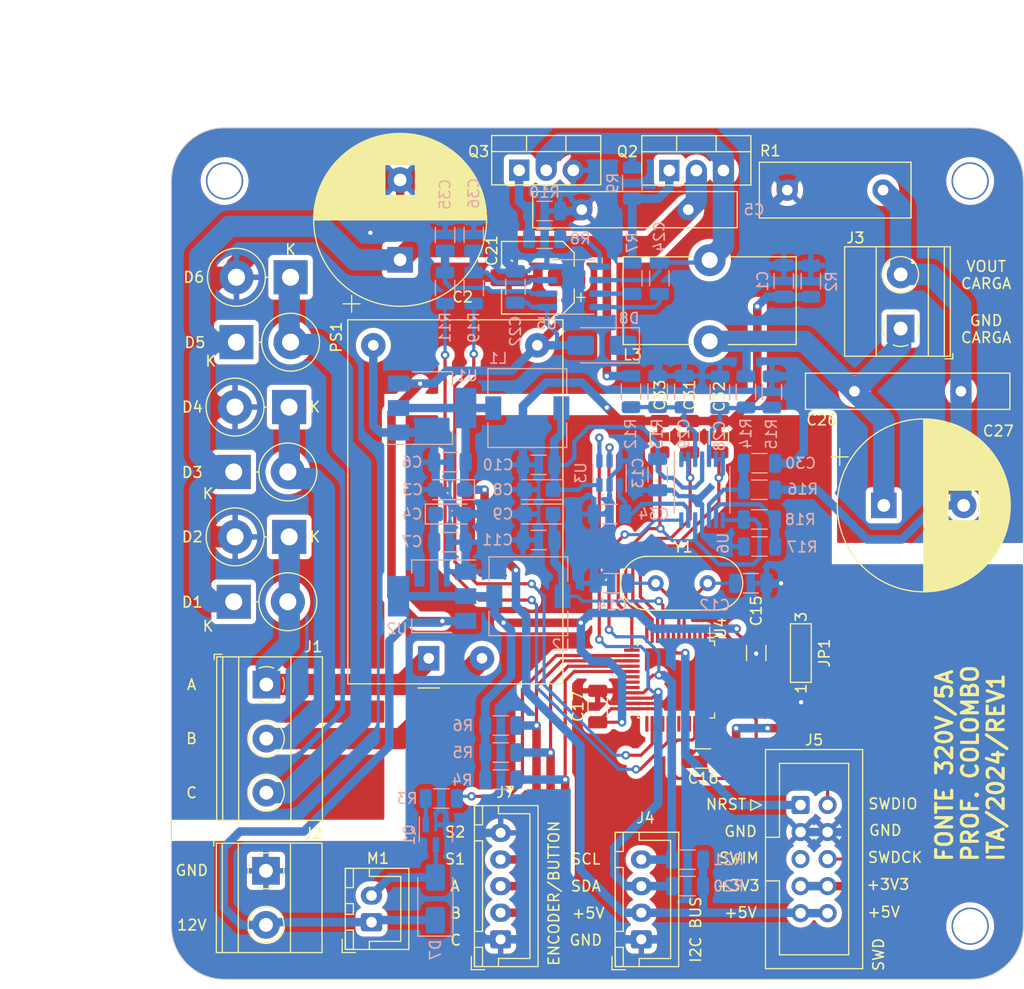
<source format=kicad_pcb>
(kicad_pcb (version 20221018) (generator pcbnew)
  (title_block (title "HIGH VOLTAGE POWER SUPPLY") (date "2023-11-15") (rev "REV1") (company "INSTITUTO TECNOLOGICO DE AERONAUTICA (ITA)") (comment 1 "PROF. COLOMBO") (comment 2 "OUTPUT VOLTAGE: 0 - 300 V") (comment 3 "OUTPUT CURRENT: 0 - 5 A"))
  (layers (0 "F.Cu" signal) (31 "B.Cu" signal) (34 "B.Paste" user) (35 "F.Paste" user) (36 "B.SilkS" user "B.Silkscreen") (37 "F.SilkS" user "F.Silkscreen") (38 "B.Mask" user) (39 "F.Mask" user) (44 "Edge.Cuts" user))
  (net 0 "")
  (net 1 "GNDA")
  (net 2 "GNDD")
  (net 3 "VBUS")
  (net 4 "+5V")
  (net 5 "+3.3V")
  (net 6 "+5VA")
  (net 7 "+3.3VA")
  (net 8 "/MCU/XTAL1")
  (net 9 "/MCU/XTAL2")
  (net 10 "/MCU/ENCODER_B")
  (net 11 "/MCU/ENCODER_A")
  (net 12 "/MCU/BUTTON")
  (net 13 "+12V")
  (net 14 "Net-(D8-K)")
  (net 15 "Net-(Q2-S)")
  (net 16 "/Driver/VOUT")
  (net 17 "Net-(U6B-+)")
  (net 18 "/Driver/GND_OUT")
  (net 19 "Net-(U6A-+)")
  (net 20 "Net-(U6C-+)")
  (net 21 "/MCU/SENSE_VIN")
  (net 22 "/MCU/SENSE_VOUT")
  (net 23 "/MCU/SENSE_IOUT")
  (net 24 "/MCU/IMAX")
  (net 25 "/AC-CC converter/PHASE_A")
  (net 26 "/AC-CC converter/PHASE_B")
  (net 27 "/AC-CC converter/PHASE_C")
  (net 28 "Net-(D7-A)")
  (net 29 "/MCU/SDA")
  (net 30 "/MCU/SCL")
  (net 31 "/MCU/NRST")
  (net 32 "/MCU/SWDIO")
  (net 33 "/MCU/SWIM")
  (net 34 "/MCU/SWDCK")
  (net 35 "/MCU/BOOT0")
  (net 36 "Net-(Q1-B)")
  (net 37 "Net-(Q2-G)")
  (net 38 "Net-(Q3-G)")
  (net 39 "/MCU/FAN")
  (net 40 "Net-(U5-HO)")
  (net 41 "Net-(U5-LO)")
  (net 49 "/Driver/LIN")
  (net 51 "/Driver/HIN")
  (net 56 "/MCU/OC")
  (net 60 "Net-(U6C--)")
  (net 61 "Net-(U5-HIN)")
  (net 62 "Net-(U5-LIN)")
  (footprint "Connector_JST:JST_XH_B4B-XH-A_1x04_P2.50mm_Vertical" (layer "F.Cu") (at 139.1242 131.238 90)
    (fp_text reference "J4")
    (fp_text value "I2C")
  )
  (footprint "Capacitor_THT:CP_Radial_D16.0mm_P7.50mm" (layer "F.Cu") (at 116.4822 67.4034 90)
    (fp_text reference "C2")
    (fp_text value "47uF")
  )
  (footprint "Capacitor_THT:CP_Radial_D16.0mm_P7.50mm" (layer "F.Cu") (at 161.892046 90.4748)
    (fp_text reference "C27")
    (fp_text value "47uF")
  )
  (footprint "Diode_THT:D_DO-201AD_P5.08mm_Vertical_KathodeUp" (layer "F.Cu") (at 101.1152 75.1434)
    (fp_text reference "D5")
    (fp_text value "1N5408")
  )
  (footprint "Capacitor_SMD:C_1206_3216Metric" (layer "F.Cu") (at 140.8684 84.0232 90)
    (fp_text reference "C33")
    (fp_text value "10nF")
  )
  (footprint "Capacitor_SMD:C_1206_3216Metric" (layer "F.Cu") (at 144.9324 114.2492 180)
    (fp_text reference "C16")
    (fp_text value "100nF")
  )
  (footprint "TerminalBlock_Phoenix:TerminalBlock_Phoenix_MKDS-1,5-2-5.08_1x02_P5.08mm_Horizontal" (layer "F.Cu") (at 163.4746 73.8632 90)
    (fp_text reference "J3")
    (fp_text value "Screw_Terminal_01x02")
  )
  (footprint "Package_TO_SOT_THT:TO-220-3_Vertical" (layer "F.Cu") (at 141.7552 59.0144)
    (fp_text reference "Q2")
    (fp_text value "FDP11N50")
  )
  (footprint "Capacitor_SMD:C_1206_3216Metric" (layer "F.Cu") (at 135.0304 109.3693 90)
    (fp_text reference "C17")
    (fp_text value "100nF")
  )
  (footprint "Diode_THT:D_DO-201AD_P5.08mm_Vertical_KathodeUp" (layer "F.Cu") (at 106.1952 69.0474 180)
    (fp_text reference "D6")
    (fp_text value "1N5408")
  )
  (footprint "Crystal:Crystal_HC49-4H_Vertical" (layer "F.Cu") (at 145.3544 97.7869 180)
    (fp_text reference "Y1")
    (fp_text value "16MHz")
  )
  (footprint "FootprintLibrary:C_Disc_D19.0mm_W3.0mm_P10.00mm" (layer "F.Cu") (at 159.1348 79.756)
    (fp_text reference "C26")
    (fp_text value "100nF")
  )
  (footprint "Capacitor_SMD:CP_Elec_6.3x7.7" (layer "F.Cu") (at 129.413 69.088 180)
    (fp_text reference "C21")
    (fp_text value "100uF")
  )
  (footprint "Connector_JST:JST_XH_B2B-XH-A_1x02_P2.50mm_Vertical" (layer "F.Cu") (at 113.792 129.627 90)
    (fp_text reference "M1")
    (fp_text value "Fan")
  )
  (footprint "TerminalBlock_Phoenix:TerminalBlock_Phoenix_MKDS-1,5-2-5.08_1x02_P5.08mm_Horizontal" (layer "F.Cu") (at 103.886 124.8004 -90)
    (fp_text reference "J2")
    (fp_text value "Screw_Terminal_01x02")
  )
  (footprint "Connector_IDC:IDC-Header_2x05_P2.54mm_Vertical" (layer "F.Cu") (at 154.0764 118.618)
    (fp_text reference "J5")
    (fp_text value "SWD")
  )
  (footprint "Package_TO_SOT_THT:TO-220-3_Vertical" (layer "F.Cu") (at 127.6582 58.9984)
    (fp_text reference "Q3")
    (fp_text value "FDP11N50")
  )
  (footprint "TerminalBlock_Phoenix:TerminalBlock_Phoenix_MKDS-1,5-3-5.08_1x03_P5.08mm_Horizontal" (layer "F.Cu") (at 103.9244 107.3028 -90)
    (fp_text reference "J1")
    (fp_text value "Screw_Terminal_01x03")
  )
  (footprint "Capacitor_SMD:C_1206_3216Metric" (layer "F.Cu") (at 143.6624 84.0214 90)
    (fp_text reference "C31")
    (fp_text value "10nF")
  )
  (footprint "Connector_JST:JST_XH_B5B-XH-A_1x05_P2.50mm_Vertical" (layer "F.Cu") (at 125.9162 131.236 90)
    (fp_text reference "J7")
    (fp_text value "ENCODER")
  )
  (footprint "Jumper:SolderJumper-3_P2.0mm_Open_TrianglePad1.0x1.5mm_NumberLabels" (layer "F.Cu") (at 154.1272 104.3432 90)
    (fp_text reference "JP1")
    (fp_text value "~")
  )
  (footprint "Resistor_THT:R_Box_L14.0mm_W5.0mm_P9.00mm" (layer "F.Cu") (at 161.8276 60.8584 180)
    (fp_text reference "R1")
    (fp_text value "0R1")
  )
  (footprint "Converter_ACDC:Converter_ACDC_HiLink_HLK-PMxx" (layer "F.Cu") (at 119.166 104.838 90)
    (fp_text reference "PS1")
    (fp_text value "HLK-PM12")
  )
  (footprint "Diode_THT:D_DO-201AD_P5.08mm_Vertical_KathodeUp" (layer "F.Cu") (at 100.8612 87.3354)
    (fp_text reference "D3")
    (fp_text value "1N5408")
  )
  (footprint "Diode_THT:D_DO-201AD_P5.08mm_Vertical_KathodeUp" (layer "F.Cu") (at 100.8612 99.5274)
    (fp_text reference "D1")
    (fp_text value "1N5408")
  )
  (footprint "Inductor_THT:L_Toroid_Vertical_L16.0mm_W8.0mm_P7.62mm" (layer "F.Cu") (at 145.542 75.057 180)
    (fp_text reference "L3")
    (fp_text value "1mH")
  )
  (footprint "FootprintLibrary:C_Disc_D19.0mm_W3.0mm_P10.00mm" (layer "F.Cu") (at 143.5332 62.6974 180)
    (fp_text reference "C5")
    (fp_text value "100nF")
  )
  (footprint "Capacitor_SMD:C_1206_3216Metric" (layer "F.Cu") (at 146.4056 84.0232 90)
    (fp_text reference "C32")
    (fp_text value "10nF")
  )
  (footprint "Diode_THT:D_DO-201AD_P5.08mm_Vertical_KathodeUp" (layer "F.Cu") (at 106.0602 81.2394 180)
    (fp_text reference "D4")
    (fp_text value "1N5408")
  )
  (footprint "Capacitor_SMD:C_1206_3216Metric" (layer "F.Cu") (at 149.9148 104.3401 -90)
    (fp_text reference "C15")
    (fp_text value "1uF")
  )
  (footprint "Package_QFP:LQFP-48_7x7mm_P0.5mm" (layer "F.Cu") (at 142.3964 106.8293 -90)
    (fp_text reference "U4")
    (fp_text value "STM32F103C8Tx")
  )
  (footprint "Diode_THT:D_DO-201AD_P5.08mm_Vertical_KathodeUp" (layer "F.Cu") (at 106.0682 93.4314 180)
    (fp_text reference "D2")
    (fp_text value "1N5408")
  )
  (footprint "Resistor_SMD:R_1206_3216Metric" (layer "B.Cu") (at 138.2776 69.1388 90)
    (fp_text reference "R7")
    (fp_text value "47R")
  )
  (footprint "Resistor_SMD:R_1206_3216Metric" (layer "B.Cu") (at 130.048 62.8244)
    (fp_text reference "R10")
    (fp_text value "10k")
  )
  (footprint "Capacitor_SMD:C_1206_3216Metric" (layer "B.Cu") (at 140.6634 87.581 -90)
    (fp_text reference "C13")
    (fp_text value "100nF")
  )
  (footprint "Capacitor_SMD:C_1206_3216Metric" (layer "B.Cu") (at 120.7008 65.0748 90)
    (fp_text reference "C35")
    (fp_text value "33nF")
  )
  (footprint "Package_SO:SOIC-8_3.9x4.9mm_P1.27mm" (layer "B.Cu") (at 132.7404 69.9516)
    (fp_text reference "U5")
    (fp_text value "IR2101")
  )
  (footprint "Resistor_SMD:R_1206_3216Metric" (layer "B.Cu") (at 125.9332 116.2304)
    (fp_text reference "R4")
    (fp_text value "3k3")
  )
  (footprint "Capacitor_SMD:C_1206_3216Metric" (layer "B.Cu") (at 136.3004 97.7869 180)
    (fp_text reference "C14")
    (fp_text value "22pF")
  )
  (footprint "Resistor_SMD:R_1206_3216Metric" (layer "B.Cu") (at 138.1586 79.7832 -90)
    (fp_text reference "R12")
    (fp_text value "180k")
  )
  (footprint "Diode_SMD:D_SMA" (layer "B.Cu") (at 119.792 127.427 90)
    (fp_text reference "D7")
    (fp_text value "SS14")
  )
  (footprint "Resistor_SMD:R_1206_3216Metric" (layer "B.Cu") (at 150.2245 94.3356)
    (fp_text reference "R17")
    (fp_text value "6k8")
  )
  (footprint "Resistor_SMD:R_1206_3216Metric" (layer "B.Cu") (at 148.9438 79.8175 -90)
    (fp_text reference "R14")
    (fp_text value "180k")
  )
  (footprint "Inductor_SMD:L_7.3x7.3_H4.5" (layer "B.Cu") (at 128.5244 99.0092)
    (fp_text reference "L2")
    (fp_text value "100uH")
  )
  (footprint "Capacitor_SMD:C_1206_3216Metric" (layer "B.Cu") (at 150.2156 86.5124)
    (fp_text reference "C30")
    (fp_text value "3n3")
  )
  (footprint "Resistor_SMD:R_1206_3216Metric" (layer "B.Cu") (at 125.9332 111.1504)
    (fp_text reference "R6")
    (fp_text value "3k3")
  )
  (footprint "Resistor_SMD:R_1206_3216Metric" (layer "B.Cu") (at 130.048 65.4304 180)
    (fp_text reference "R8")
    (fp_text value "47R")
  )
  (footprint "Capacitor_SMD:C_1206_3216Metric" (layer "B.Cu") (at 146.5054 79.8558 90)
    (fp_text reference "C28")
    (fp_text value "2n2")
  )
  (footprint "Package_SO:TSSOP-14_4.4x5mm_P0.65mm" (layer "B.Cu") (at 144.8326 88.9998 -90)
    (fp_text reference "U6")
    (fp_text value "LM324")
  )
  (footprint "Resistor_SMD:R_1206_3216Metric" (layer "B.Cu") (at 155.0416 69.4146 90)
    (fp_text reference "R2")
    (fp_text value "1R")
  )
  (footprint "Resistor_SMD:R_1206_3216Metric" (layer "B.Cu") (at 138.2776 60.198 90)
    (fp_text reference "R9")
    (fp_text value "10k")
  )
  (footprint "Capacitor_SMD:C_1206_3216Metric" (layer "B.Cu") (at 143.1586 79.7832 90)
    (fp_text reference "C29")
    (fp_text value "2n2")
  )
  (footprint "Package_TO_SOT_SMD:SOT-23" (layer "B.Cu") (at 119.8372 121.412 -90)
    (fp_text reference "Q1")
    (fp_text value "MMBT3904")
  )
  (footprint "Capacitor_SMD:C_1206_3216Metric" (layer "B.Cu") (at 149.4028 97.79)
    (fp_text reference "C12")
    (fp_text value "22pF")
  )
  (footprint "Resistor_SMD:R_1206_3216Metric" (layer "B.Cu") (at 143.4592 123.7488 180)
    (fp_text reference "R21")
    (fp_text value "3k3")
  )
  (footprint "Resistor_SMD:R_1206_3216Metric" (layer "B.Cu") (at 151.3822 79.8175 90)
    (fp_text reference "R15")
    (fp_text value "1k5")
  )
  (footprint "Capacitor_SMD:C_1206_3216Metric" (layer "B.Cu") (at 121.158 86.4108 180)
    (fp_text reference "C6")
    (fp_text value "1uF")
  )
  (footprint "Capacitor_SMD:C_1206_3216Metric" (layer "B.Cu") (at 152.5016 69.3928 90)
    (fp_text reference "C1")
    (fp_text value "1uF")
  )
  (footprint "Resistor_SMD:R_1206_3216Metric" (layer "B.Cu") (at 120.7008 70.0532 90)
    (fp_text reference "R11")
    (fp_text value "100R")
  )
  (footprint "Capacitor_Tantalum_SMD:CP_EIA-3216-18_Kemet-A" (layer "B.Cu") (at 121.158 89.0016 180)
    (fp_text reference "C3")
    (fp_text value "10uF")
  )
  (footprint "Capacitor_SMD:C_1206_3216Metric" (layer "B.Cu") (at 136.1422 91.2876 180)
    (fp_text reference "C34")
    (fp_text value "10nF")
  )
  (footprint "Capacitor_Tantalum_SMD:CP_EIA-3216-18_Kemet-A" (layer "B.Cu") (at 121.158 91.2876)
    (fp_text reference "C4")
    (fp_text value "10uF")
  )
  (footprint "Package_TO_SOT_SMD:SOT-223-3_TabPin2" (layer "B.Cu") (at 119.483 81.3308)
    (fp_text reference "U1")
    (fp_text value "AMS1117-5.0")
  )
  (footprint "Capacitor_SMD:C_1206_3216Metric" (layer "B.Cu") (at 129.4892 86.6648 180)
    (fp_text reference "C10")
    (fp_text value "1uF")
  )
  (footprint "Resistor_SMD:R_1206_3216Metric" (layer "B.Cu") (at 120.3452 118.0084 180)
    (fp_text reference "R3")
    (fp_text value "1k")
  )
  (footprint "Resistor_SMD:R_1206_3216Metric" (layer "B.Cu") (at 143.4592 126.238 180)
    (fp_text reference "R20")
    (fp_text value "3k3")
  )
  (footprint "Package_TO_SOT_SMD:SOT-23-6" (layer "B.Cu") (at 136.1422 87.4268 90)
    (fp_text reference "U3")
    (fp_text value "MCP4725xxx-xCH")
  )
  (footprint "Package_TO_SOT_SMD:SOT-223-3_TabPin2" (layer "B.Cu") (at 119.483 99.0092 180)
    (fp_text reference "U2")
    (fp_text value "AMS1117-3.3")
  )
  (footprint "Diode_SMD:D_SMA" (layer "B.Cu") (at 135.4328 75.438 180)
    (fp_text reference "D8")
    (fp_text value "1N4007")
  )
  (footprint "Capacitor_SMD:C_1206_3216Metric" (layer "B.Cu") (at 121.158 93.9292)
    (fp_text reference "C7")
    (fp_text value "1uF")
  )
  (footprint "Resistor_SMD:R_1206_3216Metric" (layer "B.Cu") (at 140.6586 79.7832 90)
    (fp_text reference "R13")
    (fp_text value "1k5")
  )
  (footprint "Capacitor_SMD:C_1206_3216Metric" (layer "B.Cu") (at 140.8176 69.1388 90)
    (fp_text reference "C24")
    (fp_text value "1uF")
  )
  (footprint "Capacitor_SMD:C_1206_3216Metric" (layer "B.Cu") (at 129.4892 93.726 180)
    (fp_text reference "C11")
    (fp_text value "1uF")
  )
  (footprint "Resistor_SMD:R_1206_3216Metric" (layer "B.Cu") (at 150.2067 91.7956 180)
    (fp_text reference "R18")
    (fp_text value "33k")
  )
  (footprint "Capacitor_SMD:C_1206_3216Metric" (layer "B.Cu") (at 127.3048 69.9516 90)
    (fp_text reference "C22")
    (fp_text value "1uF")
  )
  (footprint "Capacitor_Tantalum_SMD:CP_EIA-3216-18_Kemet-A" (layer "B.Cu") (at 129.4892 91.2876 180)
    (fp_text reference "C9")
    (fp_text value "10uF")
  )
  (footprint "Resistor_SMD:R_1206_3216Metric" (layer "B.Cu") (at 150.2031 89.0016 180)
    (fp_text reference "R16")
    (fp_text value "1k")
  )
  (footprint "Capacitor_Tantalum_SMD:CP_EIA-3216-18_Kemet-A" (layer "B.Cu") (at 129.4892 89.0016 180)
    (fp_text reference "C8")
    (fp_text value "10uF")
  )
  (footprint "Capacitor_SMD:C_1206_3216Metric" (layer "B.Cu") (at 123.3932 65.0748 90)
    (fp_text reference "C36")
    (fp_text value "33nF")
  )
  (footprint "Inductor_SMD:L_7.3x7.3_H4.5" (layer "B.Cu") (at 128.4228 81.3308)
    (fp_text reference "L1")
    (fp_text value "100uH")
  )
  (footprint "Resistor_SMD:R_1206_3216Metric" (layer "B.Cu") (at 123.3932 70.0532 90)
    (fp_text reference "R19")
    (fp_text value "100R")
  )
  (footprint "Resistor_SMD:R_1206_3216Metric" (layer "B.Cu") (at 125.9332 113.6904)
    (fp_text reference "R5")
    (fp_text value "3k3")
  )
  (gr_line (start 100 135) (end 170 135) (stroke (width 0.1)) (layer "Edge.Cuts"))
  (gr_arc (start 100 135) (mid 96.464466 133.535534) (end 95 130) (stroke (width 0.1)) (layer "Edge.Cuts"))
  (gr_arc (start 170 55) (mid 173.535534 56.464466) (end 175 60) (stroke (width 0.1)) (layer "Edge.Cuts"))
  (gr_arc (start 175 130) (mid 173.535534 133.535534) (end 170 135) (stroke (width 0.1)) (layer "Edge.Cuts"))
  (gr_arc (start 95 60) (mid 96.464466 56.464466) (end 100 55) (stroke (width 0.1)) (layer "Edge.Cuts"))
  (gr_line (start 95 60) (end 95 130) (stroke (width 0.1)) (layer "Edge.Cuts"))
  (gr_line (start 175 130) (end 175 60) (stroke (width 0.1)) (layer "Edge.Cuts"))
  (gr_line (start 170 55) (end 100 55) (stroke (width 0.1)) (layer "Edge.Cuts"))
  (gr_text "GND" (at 162.0356 121.0008) (layer "F.SilkS") (effects (font (size 1 1))))
  (gr_text "+5V" (at 148.4466 128.7224) (layer "F.SilkS") (effects (font (size 1 1))))
  (gr_text "B" (at 96.901 112.3828) (layer "F.SilkS") (effects (font (size 1 1))))
  (gr_text "C" (at 121.1072 131.316) (layer "F.SilkS") (effects (font (size 1 1)) (justify left)))
  (gr_text "GND" (at 133.9152 131.316) (layer "F.SilkS") (effects (font (size 1 1))))
  (gr_text "SWIM" (at 148.2942 123.5916) (layer "F.SilkS") (effects (font (size 1 1))))
  (gr_text "SWD" (at 161.9848 134.3104 90) (layer "F.SilkS") (effects (font (size 1 1)) (justify left bottom)))
  (gr_text "S2" (at 120.5992 121.156) (layer "F.SilkS") (effects (font (size 1 1)) (justify left)))
  (gr_text "SDA" (at 133.9152 126.236) (layer "F.SilkS") (effects (font (size 1 1))))
  (gr_text "I2C BUS" (at 144.8202 133.522 90) (layer "F.SilkS") (effects (font (size 1 1)) (justify left bottom)))
  (gr_text "A" (at 96.901 107.315) (layer "F.SilkS") (effects (font (size 1 1))))
  (gr_text "S1" (at 120.5992 123.696) (layer "F.SilkS") (effects (font (size 1 1)) (justify left)))
  (gr_text "VOUT\nCARGA\n" (at 171.5008 68.834) (layer "F.SilkS") (effects (font (size 1 1))))
  (gr_text "SWDIO" (at 162.7468 118.5116) (layer "F.SilkS") (effects (font (size 1 1))))
  (gr_text "C" (at 96.901 117.475) (layer "F.SilkS") (effects (font (size 1 1))))
  (gr_text "+5V" (at 134.1522 128.776) (layer "F.SilkS") (effects (font (size 1 1))))
  (gr_text "+3V3" (at 162.2896 126.0808) (layer "F.SilkS") (effects (font (size 1 1))))
  (gr_text "B" (at 121.1072 128.776) (layer "F.SilkS") (effects (font (size 1 1)) (justify left)))
  (gr_text "12V" (at 96.9264 129.8956) (layer "F.SilkS") (effects (font (size 1 1))))
  (gr_text "+5V" (at 161.8832 128.6716) (layer "F.SilkS") (effects (font (size 1 1))))
  (gr_text "GND\nCARGA" (at 171.5008 73.914) (layer "F.SilkS") (effects (font (size 1 1))))
  (gr_text "GND" (at 148.4466 121.1024) (layer "F.SilkS") (effects (font (size 1 1))))
  (gr_text "NRST" (at 147.075 118.5624) (layer "F.SilkS") (effects (font (size 1 1))))
  (gr_text "SCL" (at 133.9152 123.696) (layer "F.SilkS") (effects (font (size 1 1))))
  (gr_text "GND" (at 96.9264 124.7648) (layer "F.SilkS") (effects (font (size 1 1))))
  (gr_text "FONTE 320V/5A\nPROF. COLOMBO\nITA/2024/REV1" (at 170 124.079 90) (layer "F.SilkS") (effects (font (size 1.5 1.5) (thickness 0.3) bold) (justify left)))
  (gr_text "A" (at 121.1072 126.236) (layer "F.SilkS") (effects (font (size 1 1)) (justify left)))
  (gr_text "ENCODER/BUTTON" (at 131.5042 133.816 90) (layer "F.SilkS") (effects (font (size 1 1)) (justify left bottom)))
  (gr_text "SWDCK" (at 162.95 123.5408) (layer "F.SilkS") (effects (font (size 1 1))))
  (gr_text "+3V3" (at 148.2434 126.1824) (layer "F.SilkS") (effects (font (size 1 1))))
  (via (at 170 60) (size 3.5) (drill 3.2) (layers "F.Cu" "B.Cu") (net 0))
  (via (at 100 60) (size 3.5) (drill 3.2) (layers "F.Cu" "B.Cu") (net 0))
  (via (at 170 130) (size 3.5) (drill 3.2) (layers "F.Cu" "B.Cu") (net 0))
  (segment (start 138.2339 109.0793) (end 143.7757 109.0793) (width 0.3) (layer "F.Cu") (net 1))
  (segment (start 146.5589 104.5793) (end 144.8487 104.5793) (width 0.3) (layer "F.Cu") (net 1))
  (segment (start 144.6464 110.9918) (end 144.6464 113.0602) (width 0.3) (layer "F.Cu") (net 1))
  (segment (start 152.2476 97.79) (end 152.2476 87.2236) (width 0.8) (layer "F.Cu") (net 1))
  (segment (start 144.8487 104.5793) (end 144.2212 105.2068) (width 0.3) (layer "F.Cu") (net 1))
  (segment (start 149.9148 105.8151) (end 149.9148 104.398) (width 0.3) (layer "F.Cu") (net 1))
  (segment (start 147.5722 82.5482) (end 146.4056 82.5482) (width 0.8) (layer "F.Cu") (net 1))
  (segment (start 148.679 104.5793) (end 149.9148 105.8151) (width 0.3) (layer "F.Cu") (net 1))
  (segment (start 144.6464 109.95) (end 144.6464 110.9918) (width 0.3) (layer "F.Cu") (net 1))
  (segment (start 144.6464 113.0602) (end 143.4574 114.2492) (width 0.3) (layer "F.Cu") (net 1))
  (segment (start 149.9148 104.398) (end 149.9108 104.394) (width 0.3) (layer "F.Cu") (net 1))
  (segment (start 154.1272 106.3432) (end 154.1272 108.966) (width 0.3) (layer "F.Cu") (net 1))
  (segment (start 143.7757 109.0793) (end 144.6464 109.95) (width 0.3) (layer "F.Cu") (net 1))
  (segment (start 136.2154 109.0793) (end 135.0304 107.8943) (width 0.3) (layer "F.Cu") (net 1))
  (segment (start 146.5589 104.5793) (end 148.679 104.5793) (width 0.3) (layer "F.Cu") (net 1))
  (segment (start 142.2908 105.2068) (end 141.6464 104.5624) (width 0.3) (layer "F.Cu") (net 1))
  (segment (start 150.0124 80.108) (end 147.5722 82.5482) (width 0.8) (layer "F.Cu") (net 1))
  (segment (start 142.2908 105.2068) (end 142.2908 108.9777) (width 0.3) (layer "F.Cu") (net 1))
  (segment (start 152.2476 87.2236) (end 147.5722 82.5482) (width 0.8) (layer "F.Cu") (net 1))
  (segment (start 140.8684 82.5482) (end 137.1582 82.5482) (width 0.8) (layer "F.Cu") (net 1))
  (segment (start 141.6464 104.5624) (end 141.6464 102.6668) (width 0.3) (layer "F.Cu") (net 1))
  (segment (start 146.4056 82.5482) (end 140.8684 82.5482) (width 0.8) (layer "F.Cu") (net 1))
  (segment (start 144.2212 105.2068) (end 142.2908 105.2068) (width 0.3) (layer "F.Cu") (net 1))
  (segment (start 138.2339 109.0793) (end 136.2154 109.0793) (width 0.3) (layer "F.Cu") (net 1))
  (segment (start 150.0124 71.7804) (end 150.0124 80.108) (width 0.8) (layer "F.Cu") (net 1))
  (segment (start 137.1582 82.5482) (end 135.89 81.28) (width 0.8) (layer "F.Cu") (net 1))
  (via (at 150.0124 71.7804) (size 0.8) (drill 0.4) (layers "F.Cu" "B.Cu") (net 1))
  (via (at 135.89 81.28) (size 0.8) (drill 0.4) (layers "F.Cu" "B.Cu") (net 1))
  (via (at 149.9108 104.394) (size 0.8) (drill 0.4) (layers "F.Cu" "B.Cu") (net 1))
  (via (at 154.1272 108.966) (size 0.8) (drill 0.4) (layers "F.Cu" "B.Cu") (net 1))
  (via (at 152.2476 97.79) (size 0.8) (drill 0.4) (layers "F.Cu" "B.Cu") (net 1))
  (segment (start 122.508 91.2876) (end 128.1392 91.2876) (width 0.8) (layer "B.Cu") (net 1))
  (segment (start 135.5816 91.2876) (end 134.6672 91.2876) (width 0.4) (layer "B.Cu") (net 1))
  (segment (start 114.6188 83.6308) (end 113.966 82.978) (width 0.8) (layer "B.Cu") (net 1))
  (segment (start 128.1392 93.601) (end 128.0142 93.726) (width 0.8) (layer "B.Cu") (net 1))
  (segment (start 149.9108 107.3912) (end 149.9108 104.394) (width 0.8) (layer "B.Cu") (net 1))
  (segment (start 116.333 83.6308) (end 114.6188 83.6308) (width 0.8) (layer "B.Cu") (net 1))
  (segment (start 117.4496 116.586) (end 117.4496 122.0724) (width 0.4) (layer "B.Cu") (net 1))
  (segment (start 151.4856 108.966) (end 149.9108 107.3912) (width 0.8) (layer "B.Cu") (net 1))
  (segment (start 158.1404 121.158) (end 156.6164 121.158) (width 0.8) (layer "B.Cu") (net 1))
  (segment (start 139.1242 131.238) (end 125.9182 131.238) (width 0.8) (layer "B.Cu") (net 1))
  (segment (start 134.8254 97.7869) (end 134.7216 97.6831) (width 0.8) (layer "B.Cu") (net 1))
  (segment (start 150.8778 97.79) (end 150.8778 99.2106) (width 0.8) (layer "B.Cu") (net 1))
  (segment (start 145.8432 94.3356) (end 144.8326 93.325) (width 0.4) (layer "B.Cu") (net 1))
  (segment (start 122.508 91.2876) (end 122.508 93.8042) (width 0.8) (layer "B.Cu") (net 1))
  (segment (start 137.0922 86.2893) (end 138.3049 86.2893) (width 0.4) (layer "B.Cu") (net 1))
  (segment (start 113.966 82.978) (end 113.966 75.438) (width 0.8) (layer "B.Cu") (net 1))
  (segment (start 120.7872 120.4745) (end 120.7872 119.5172) (width 0.4) (layer "B.Cu") (net 1))
  (segment (start 125.9182 131.238) (end 125.9162 131.236) (width 0.8) (layer "B.Cu") (net 1))
  (segment (start 144.0688 99.7712) (end 142.8496 98.552) (width 0.8) (layer "B.Cu") (net 1))
  (segment (start 123.7488 121.8692) (end 124.382 121.236) (width 0.8) (layer "B.Cu") (net 1))
  (segment (start 142.8496 97.1296) (end 141.1224 95.4024) (width 0.8) (layer "B.Cu") (net 1))
  (segment (start 139.1242 131.238) (end 157.8648 131.238) (width 0.8) (layer "B.Cu") (net 1))
  (segment (start 119.808 86.5358) (end 119.683 86.4108) (width 0.8) (layer "B.Cu") (net 1))
  (segment (start 159.0548 111.5568) (end 156.464 108.966) (width 0.8) (layer "B.Cu") (net 1))
  (segment (start 127.811 93.9292) (end 128.0142 93.726) (width 0.8) (layer "B.Cu") (net 1))
  (segment (start 138.3049 86.2893) (end 138.782 86.7664) (width 0.4) (layer "B.Cu") (net 1))
  (segment (start 128.0142 88.8766) (end 128.1392 89.0016) (width 0.8) (layer "B.Cu") (net 1))
  (segment (start 123.7488 130.5052) (end 123.7488 121.8692) (width 0.8) (layer "B.Cu") (net 1))
  (segment (start 119.808 89.0016) (end 119.9896 89.0016) (width 0.8) (layer "B.Cu") (net 1))
  (segment (start 124.382 121.236) (end 125.9162 121.236) (width 0.8) (layer "B.Cu") (net 1))
  (segment (start 117.4496 122.0724) (end 115.3312 124.1908) (width 0.4) (layer "B.Cu") (net 1))
  (segment (start 120.7872 120.4745) (end 122.3541 120.4745) (width 0.4) (layer "B.Cu") (net 1))
  (segment (start 118.886 83.6308) (end 119.683 84.4278) (width 0.8) (layer "B.Cu") (net 1))
  (segment (start 111.6736 124.1908) (end 111.064 124.8004) (width 0.4) (layer "B.Cu") (net 1))
  (segment (start 119.9896 89.0016) (end 122.2756 91.2876) (width 0.8) (layer "B.Cu") (net 1))
  (segment (start 142.0876 89.056) (end 140.6634 89.056) (width 0.4) (layer "B.Cu") (net 1))
  (segment (start 152.5016 70.8678) (end 150.925 70.8678) (width 0.8) (layer "B.Cu") (net 1))
  (segment (start 159.1056 122.1232) (end 158.1404 121.158) (width 0.8) (layer "B.Cu") (net 1))
  (segment (start 117.856 116.1796) (end 117.4496 116.586) (width 0.4) (layer "B.Cu") (net 1))
  (segment (start 122.3541 120.4745) (end 123.7488 121.8692) (width 0.4) (layer "B.Cu") (net 1))
  (segment (start 150.3172 99.7712) (end 150.3172 103.9876) (width 0.8) (layer "B.Cu") (net 1))
  (segment (start 134.7216 91.342) (end 134.6672 91.2876) (width 0.8) (layer "B.Cu") (net 1))
  (segment (start 150.3172 99.7712) (end 144.0688 99.7712) (width 0.8) (layer "B.Cu") (net 1))
  (segment (start 144.8326 90.3786) (end 144.0652 89.6112) (width 0.4) (layer "B.Cu") (net 1))
  (segment (start 130.2004 78.9432) (end 128.0142 81.1294) (width 0.8) (layer "B.Cu") (net 1))
  (segment (start 128.1392 89.0016) (end 128.1392 91.2876) (width 0.8) (layer "B.Cu") (net 1))
  (segment (start 150.925 70.8678) (end 150.0124 71.7804) (width 0.8) (layer "B.Cu") (net 1))
  (segment (start 138.782 88.4428) (end 139.3952 89.056) (width 0.4) (layer "B.Cu") (net 1))
  (segment (start 150.8778 99.2106) (end 150.3172 99.7712) (width 0.8) (layer "B.Cu") (net 1))
  (segment (start 157.8648 131.238) (end 159.1056 129.9972) (width 0.8) (layer "B.Cu") (net 1))
  (segment (start 142.6428 89.6112) (end 142.0876 89.056) (width 0.4) (layer "B.Cu") (net 1))
  (segment (start 134.7216 97.6831) (end 134.7216 91.342) (width 0.8) (layer "B.Cu") (net 1))
  (segment (start 122.2756 91.2876) (end 122.508 91.2876) (width 0.8) (layer "B.Cu") (net 1))
  (segment (start 120.3452 119.0752) (end 120.3452 116.586) (width 0.4) (layer "B.Cu") (net 1))
  (segment (start 125.9162 131.236) (end 124.4796 131.236) (width 0.8) (layer "B.Cu") (net 1))
  (segment (start 144.0652 89.6112) (end 142.6428 89.6112) (width 0.4) (layer "B.Cu") (net 1))
  (segment (start 155.0416 70.8771) (end 152.5109 70.8771) (width 0.8) (layer "B.Cu") (net 1))
  (segment (start 120.7872 119.5172) (end 120.3452 119.0752) (width 0.4) (layer "B.Cu") (net 1))
  (segment (start 141.1224 95.4024) (end 137.2099 95.4024) (width 0.8) (layer "B.Cu") (net 1))
  (segment (start 136.1422 88.5643) (end 136.1422 90.727) (width 0.4) (layer "B.Cu") (net 1))
  (segment (start 133.5532 78.9432) (end 130.2004 78.9432) (width 0.8) (layer "B.Cu") (net 1))
  (segment (start 156.464 108.966) (end 154.1272 108.966) (width 0.8) (layer "B.Cu") (net 1))
  (segment (start 150.3172 103.9876) (end 149.9108 104.394) (width 0.8) (layer "B.Cu") (net 1))
  (segment (start 159.1056 129.9972) (end 159.1056 122.1232) (width 0.8) (layer "B.Cu") (net 1))
  (segment (start 122.633 96.7092) (end 122.633 93.9292) (width 0.8) (layer "B.Cu") (net 1))
  (segment (start 122.508 93.8042) (end 122.633 93.9292) (width 0.8) (layer "B.Cu") (net 1))
  (segment (start 128.0142 86.6648) (end 128.0142 88.8766) (width 0.8) (layer "B.Cu") (net 1))
  (segment (start 137.2099 95.4024) (end 134.8254 97.7869) (width 0.8) (layer "B.Cu") (net 1))
  (segment (start 115.3312 124.1908) (end 111.6736 124.1908) (width 0.4) (layer "B.Cu") (net 1))
  (segment (start 144.8326 91.8623) (end 144.8326 90.3786) (width 0.4) (layer "B.Cu") (net 1))
  (segment (start 156.6164 121.158) (end 154.0764 121.158) (width 0.8) (layer "B.Cu") (net 1))
  (segment (start 128.1392 91.2876) (end 128.1392 93.601) (width 0.8) (layer "B.Cu") (net 1))
  (segment (start 119.9388 116.1796) (end 117.856 116.1796) (width 0.4) (layer "B.Cu") (net 1))
  (segment (start 148.762 94.3356) (end 145.8432 94.3356) (width 0.4) (layer "B.Cu") (net 1))
  (segment (start 120.3452 116.586) (end 119.9388 116.1796) (width 0.4) (layer "B.Cu") (net 1))
  (segment (start 137.0922 86.2893) (end 137.0922 86.9518) (width 0.4) (layer "B.Cu") (net 1))
  (segment (start 119.808 89.0016) (end 119.808 86.5358) (width 0.8) (layer "B.Cu") (net 1))
  (segment (start 154.1272 108.966) (end 151.4856 108.966) (width 0.8) (layer "B.Cu") (net 1))
  (segment (start 103.886 124.6632) (end 103.886 124.8004) (width 0.8) (layer "B.Cu") (net 1))
  (segment (start 137.0922 86.9518) (end 136.1422 87.9018) (width 0.4) (layer "B.Cu") (net 1))
  (segment (start 142.8496 98.552) (end 142.8496 97.1296) (width 0.8) (layer "B.Cu") (net 1))
  (segment (start 150.8778 97.79) (end 152.2476 97.79) (width 0.8) (layer "B.Cu") (net 1))
  (segment (start 138.782 86.7664) (end 138.782 88.4428) (width 0.4) (layer "B.Cu") (net 1))
  (segment (start 144.8326 93.325) (end 144.8326 91.8623) (width 0.4) (layer "B.Cu") (net 1))
  (segment (start 152.5109 70.8771) (end 152.5016 70.8678) (width 0.8) (layer "B.Cu") (net 1))
  (segment (start 136.1422 87.9018) (end 136.1422 88.5643) (width 0.4) (layer "B.Cu") (net 1))
  (segment (start 119.683 84.4278) (end 119.683 86.4108) (width 0.8) (layer "B.Cu") (net 1))
  (segment (start 116.333 83.6308) (end 118.886 83.6308) (width 0.8) (layer "B.Cu") (net 1))
  (segment (start 111.064 124.8004) (end 103.886 124.8004) (width 0.4) (layer "B.Cu") (net 1))
  (segment (start 128.0142 81.1294) (end 128.0142 86.6648) (width 0.8) (layer "B.Cu") (net 1))
  (segment (start 158.1404 121.158) (end 159.0548 120.2436) (width 0.8) (layer "B.Cu") (net 1))
  (segment (start 135.89 81.28) (end 133.5532 78.9432) (width 0.8) (layer "B.Cu") (net 1))
  (segment (start 136.1422 90.727) (end 135.5816 91.2876) (width 0.4) (layer "B.Cu") (net 1))
  (segment (start 159.0548 120.2436) (end 159.0548 111.5568) (width 0.8) (layer "B.Cu") (net 1))
  (segment (start 124.4796 131.236) (end 123.7488 130.5052) (width 0.8) (layer "B.Cu") (net 1))
  (segment (start 139.3952 89.056) (end 140.6634 89.056) (width 0.4) (layer "B.Cu") (net 1))
  (segment (start 152.8276 59.1016) (end 150.2156 56.4896) (width 2) (layer "F.Cu") (net 2))
  (segment (start 125.6894 62.6974) (end 122.8954 59.9034) (width 2) (layer "F.Cu") (net 2))
  (segment (start 101.1152 68.0488) (end 101.1152 69.0474) (width 2) (layer "F.Cu") (net 2))
  (segment (start 114.4524 70.3072) (end 113.6904 69.5452) (width 0.8) (layer "F.Cu") (net 2))
  (segment (start 101.1152 69.0474) (end 99.3719 69.0474) (width 2) (layer "F.Cu") (net 2))
  (segment (start 113.6904 69.5452) (end 113.6904 64.8716) (width 0.8) (layer "F.Cu") (net 2))
  (segment (start 97.6882 92.2272) (end 97.6882 82.6924) (width 2) (layer "F.Cu") (net 2))
  (segment (start 113.6904 64.8716) (end 116.4822 62.0798) (width 0.8) (layer "F.Cu") (net 2))
  (segment (start 99.3719 69.0474) (end 97.6882 70.7311) (width 2) (layer "F.Cu") (net 2))
  (segment (start 150.2156 56.4896) (end 135.247 56.4896) (width 2) (layer "F.Cu") (net 2))
  (segment (start 133.5332 62.6974) (end 125.6894 62.6974) (width 2) (layer "F.Cu") (net 2))
  (segment (start 98.8924 93.4314) (end 97.6882 92.2272) (width 2) (layer "F.Cu") (net 2))
  (segment (start 97.6882 82.6924) (end 99.1412 81.2394) (width 2) (layer "F.Cu") (net 2))
  (segment (start 109.2606 59.9034) (end 101.1152 68.0488) (width 2) (layer "F.Cu") (net 2))
  (segment (start 97.6882 70.7311) (end 97.6882 79.7864) (width 2) (layer "F.Cu") (net 2))
  (segment (start 116.4822 59.9034) (end 109.2606 59.9034) (width 2) (layer "F.Cu") (net 2))
  (segment (start 122.8954 59.9034) (end 116.4822 59.9034) (width 2) (layer "F.Cu") (net 2))
  (segment (start 133.5332 59.7934) (end 132.7382 58.9984) (width 2) (layer "F.Cu") (net 2))
  (segment (start 119.634 70.3072) (end 114.4524 70.3072) (width 0.8) (layer "F.Cu") (net 2))
  (segment (start 133.5332 62.6974) (end 133.5332 59.7934) (width 2) (layer "F.Cu") (net 2))
  (segment (start 152.8276 60.8584) (end 152.8276 59.1016) (width 2) (layer "F.Cu") (net 2))
  (segment (start 99.1412 81.2394) (end 100.9802 81.2394) (width 2) (layer "F.Cu") (net 2))
  (segment (start 126.713 69.088) (end 120.8532 69.088) (width 0.8) (layer "F.Cu") (net 2))
  (segment (start 100.9882 93.4314) (end 98.8924 93.4314) (width 2) (layer "F.Cu") (net 2))
  (segment (start 120.8532 69.088) (end 119.634 70.3072) (width 0.8) (layer "F.Cu") (net 2))
  (segment (start 97.6882 79.7864) (end 99.1412 81.2394) (width 2) (layer "F.Cu") (net 2))
  (segment (start 135.247 56.4896) (end 132.7382 58.9984) (width 2) (layer "F.Cu") (net 2))
  (segment (start 116.4822 62.0798) (end 116.4822 59.9034) (width 0.8) (layer "F.Cu") (net 2))
  (via (at 113.6904 64.8716) (size 0.8) (drill 0.4) (layers "F.Cu" "B.Cu") (net 2))
  (segment (start 140.6586 78.3207) (end 143.1461 78.3207) (width 0.4) (layer "B.Cu") (net 2))
  (segment (start 120.7008 63.5998) (end 114.9622 63.5998) (width 0.8) (layer "B.Cu") (net 2))
  (segment (start 114.9622 63.5998) (end 113.6904 64.8716) (width 0.8) (layer "B.Cu") (net 2))
  (segment (start 126.2888 67.4606) (end 127.3048 68.4766) (width 0.8) (layer "B.Cu") (net 2))
  (segment (start 126.2888 64.3636) (end 126.2888 67.4606) (width 0.8) (layer "B.Cu") (net 2))
  (segment (start 151.3822 78.355) (end 153.2342 78.355) (width 0.8) (layer "B.Cu") (net 2))
  (segment (start 143.1586 79.3574) (end 143.608 79.8068) (width 0.4) (layer "B.Cu") (net 2))
  (segment (start 151.3822 79.2462) (end 150.8216 79.8068) (width 0.4) (layer "B.Cu") (net 2))
  (segment (start 149.3012 64.3848) (end 152.8276 60.8584) (width 0.8) (layer "B.Cu") (net 2))
  (segment (start 149.4211 67.9521) (end 149.3012 68.072) (width 0.8) (layer "B.Cu") (net 2))
  (segment (start 149.3012 68.072) (end 149.3012 64.3848) (width 0.8) (layer "B.Cu") (net 2))
  (segment (start 140.713 73.917) (end 144.272 70.358) (width 0.8) (layer "B.Cu") (net 2))
  (segment (start 151.3822 78.355) (end 151.3822 79.2462) (width 0.4) (layer "B.Cu") (net 2))
  (segment (start 128.5258 68.4766) (end 127.3048 68.4766) (width 0.4) (layer "B.Cu") (net 2))
  (segment (start 154.3776 79.4984) (end 154.3776 85.4964) (width 0.8) (layer "B.Cu") (net 2))
  (segment (start 153.2342 78.355) (end 154.3776 79.4984) (width 0.8) (layer "B.Cu") (net 2))
  (segment (start 154.3776 85.4964) (end 153.3616 86.5124) (width 0.8) (layer "B.Cu") (net 2))
  (segment (start 140.713 78.2663) (end 140.713 73.917) (width 0.8) (layer "B.Cu") (net 2))
  (segment (start 146.5054 79.3478) (end 146.5054 78.3808) (width 0.4) (layer "B.Cu") (net 2))
  (segment (start 146.0464 79.8068) (end 146.5036 79.3496) (width 0.4) (layer "B.Cu") (net 2))
  (segment (start 146.9608 79.8068) (end 146.5036 79.3496) (width 0.4) (layer "B.Cu") (net 2))
  (segment (start 155.0416 67.9521) (end 149.4211 67.9521) (width 0.8) (layer "B.Cu") (net 2))
  (segment (start 144.272 70.358) (end 147.0152 70.358) (width 0.8) (layer "B.Cu") (net 2))
  (segment (start 128.9558 68.0466) (end 128.5258 68.4766) (width 0.4) (layer "B.Cu") (net 2))
  (segment (start 123.3932 63.5998) (end 125.525 63.5998) (width 0.8) (layer "B.Cu") (net 2))
  (segment (start 153.3616 86.5124) (end 151.6906 86.5124) (width 0.8) (layer "B.Cu") (net 2))
  (segment (start 147.0152 70.358) (end 149.3012 68.072) (width 0.8) (layer "B.Cu") (net 2))
  (segment (start 146.5036 79.3496) (end 146.5054 79.3478) (width 0.4) (layer "B.Cu") (net 2))
  (segment (start 150.8216 79.8068) (end 146.9608 79.8068) (width 0.4) (layer "B.Cu") (net 2))
  (segment (start 120.7008 63.5998) (end 123.3932 63.5998) (width 0.8) (layer "B.Cu") (net 2))
  (segment (start 143.1586 78.3082) (end 143.1586 79.3574) (width 0.4) (layer "B.Cu") (net 2))
  (segment (start 131.5105 62.8244) (end 133.4062 62.8244) (width 0.8) (layer "B.Cu") (net 2))
  (segment (start 125.525 63.5998) (end 126.2888 64.3636) (width 0.8) (layer "B.Cu") (net 2))
  (segment (start 133.4062 62.8244) (end 133.5332 62.6974) (width 0.8) (layer "B.Cu") (net 2))
  (segment (start 130.2654 68.0466) (end 128.9558 68.0466) (width 0.4) (layer "B.Cu") (net 2))
  (segment (start 143.608 79.8068) (end 146.0464 79.8068) (width 0.4) (layer "B.Cu") (net 2))
  (segment (start 140.081 66.167) (end 137.5664 66.167) (width 2) (layer "F.Cu") (net 3))
  (segment (start 117.7186 66.167) (end 116.4822 67.4034) (width 2) (layer "F.Cu") (net 3))
  (segment (start 143.5332 62.6974) (end 143.5332 62.7148) (width 2) (layer "F.Cu") (net 3))
  (segment (start 143.5332 62.7148) (end 140.081 66.167) (width 2) (layer "F.Cu") (net 3))
  (segment (start 135.89 78.3336) (end 135.89 66.2178) (width 0.8) (layer "F.Cu") (net 3))
  (segment (start 137.5664 66.167) (end 117.7186 66.167) (width 2) (layer "F.Cu") (net 3))
  (via (at 135.89 78.3336) (size 0.8) (drill 0.4) (layers "F.Cu" "B.Cu") (net 3))
  (segment (start 97.663 76.444896) (end 97.663 85.6438) (width 2) (layer "B.Cu") (net 3))
  (segment (start 100.457 64.262) (end 97.663 67.056) (width 2) (layer "B.Cu") (net 3))
  (segment (start 97.663 73.841904) (end 98.964496 75.1434) (width 2) (layer "B.Cu") (net 3))
  (segment (start 97.663 89.027) (end 99.3546 87.3354) (width 2) (layer "B.Cu") (net 3))
  (segment (start 99.3546 87.3354) (end 100.8612 87.3354) (width 2) (layer "B.Cu") (net 3))
  (segment (start 116.4822 67.4034) (end 112.2344 67.4034) (width 2) (layer "B.Cu") (net 3))
  (segment (start 109.093 64.262) (end 100.457 64.262) (width 2) (layer "B.Cu") (net 3))
  (segment (start 101.1152 75.1434) (end 98.964496 75.1434) (width 2) (layer "B.Cu") (net 3))
  (segment (start 144.2952 59.0144) (end 144.2952 61.9354) (width 2) (layer "B.Cu") (net 3))
  (segment (start 98.7654 99.5274) (end 97.663 98.425) (width 2) (layer "B.Cu") (net 3))
  (segment (start 135.9029 78.3207) (end 138.1586 78.3207) (width 0.8) (layer "B.Cu") (net 3))
  (segment (start 98.964496 75.1434) (end 97.663 76.444896) (width 2) (layer "B.Cu") (net 3))
  (segment (start 135.89 78.3336) (end 135.9029 78.3207) (width 0.8) (layer "B.Cu") (net 3))
  (segment (start 112.2344 67.4034) (end 109.093 64.262) (width 2) (layer "B.Cu") (net 3))
  (segment (start 144.2952 61.9354) (end 143.5332 62.6974) (width 2) (layer "B.Cu") (net 3))
  (segment (start 97.663 67.056) (end 97.663 73.841904) (width 2) (layer "B.Cu") (net 3))
  (segment (start 97.663 98.425) (end 97.663 89.027) (width 2) (layer "B.Cu") (net 3))
  (segment (start 100.8612 99.5274) (end 98.7654 99.5274) (width 2) (layer "B.Cu") (net 3))
  (segment (start 97.663 85.6438) (end 99.3546 87.3354) (width 2) (layer "B.Cu") (net 3))
  (segment (start 127.3556 96.5708) (end 124.4092 93.6244) (width 0.8) (layer "F.Cu") (net 4))
  (segment (start 124.4092 93.6244) (end 124.4092 89.0016) (width 0.8) (layer "F.Cu") (net 4))
  (via (at 127.3556 96.5708) (size 0.8) (drill 0.4) (layers "F.Cu" "B.Cu") (net 4))
  (via (at 124.4092 89.0016) (size 0.8) (drill 0.4) (layers "F.Cu" "B.Cu") (net 4))
  (segment (start 128.3208 100.8888) (end 127.3556 99.9236) (width 0.8) (layer "B.Cu") (net 4))
  (segment (start 124.4092 89.0016) (end 122.508 89.0016) (width 0.8) (layer "B.Cu") (net 4))
  (segment (start 133.4008 124.714) (end 133.4008 112.9792) (width 0.8) (layer "B.Cu") (net 4))
  (segment (start 154.0364 128.738) (end 154.0764 128.778) (width 0.8) (layer "B.Cu") (net 4))
  (segment (start 144.9217 123.7488) (end 144.9217 128.7273) (width 0.8) (layer "B.Cu") (net 4))
  (segment (start 128.3208 107.8992) (end 128.3208 100.8888) (width 0.8) (layer "B.Cu") (net 4))
  (segment (start 122.508 89.0016) (end 122.508 86.5358) (width 0.8) (layer "B.Cu") (net 4))
  (segment (start 139.1242 128.738) (end 137.4248 128.738) (width 0.8) (layer "B.Cu") (net 4))
  (segment (start 154.0764 128.778) (end 156.6164 128.778) (width 0.8) (layer "B.Cu") (net 4))
  (segment (start 144.9324 128.738) (end 154.0364 128.738) (width 0.8) (layer "B.Cu") (net 4))
  (segment (start 133.4008 112.9792) (end 128.3208 107.8992) (width 0.8) (layer "B.Cu") (net 4))
  (segment (start 144.9217 128.7273) (end 144.9324 128.738) (width 0.8) (layer "B.Cu") (net 4))
  (segment (start 137.4248 128.738) (end 133.4008 124.714) (width 0.8) (layer "B.Cu") (net 4))
  (segment (start 127.3556 99.9236) (end 127.3556 96.5708) (width 0.8) (layer "B.Cu") (net 4))
  (segment (start 139.1242 128.738) (end 144.9324 128.738) (width 0.8) (layer "B.Cu") (net 4))
  (segment (start 125.2228 81.3308) (end 122.633 81.3308) (width 0.8) (layer "B.Cu") (net 4))
  (segment (start 122.508 86.5358) (end 122.633 86.4108) (width 0.8) (layer "B.Cu") (net 4))
  (segment (start 116.333 81.3308) (end 122.633 81.3308) (width 0.8) (layer "B.Cu") (net 4))
  (segment (start 122.633 81.3308) (end 122.633 86.4108) (width 0.8) (layer "B.Cu") (net 4))
  (segment (start 135.0304 110.8443) (end 137.3111 110.8443) (width 0.3) (layer "F.Cu") (net 5))
  (segment (start 152.114 102.3432) (end 151.5921 102.8651) (width 0.3) (layer "F.Cu") (net 5))
  (segment (start 140.3204 109.5793) (end 140.6464 109.9053) (width 0.3) (layer "F.Cu") (net 5))
  (segment (start 145.1464 102.6668) (end 145.9555 102.6668) (width 0.3) (layer "F.Cu") (net 5))
  (segment (start 148.082 102.4636) (end 148.082 102.0572) (width 0.3) (layer "F.Cu") (net 5))
  (segment (start 158.75 126.238) (end 160.2232 124.7648) (width 0.8) (layer "F.Cu") (net 5))
  (segment (start 160.2232 104.902) (end 157.6644 102.3432) (width 0.8) (layer "F.Cu") (net 5))
  (segment (start 138.2339 109.5793) (end 140.3204 109.5793) (width 0.3) (layer "F.Cu") (net 5))
  (segment (start 156.6164 126.238) (end 158.75 126.238) (width 0.8) (layer "F.Cu") (net 5))
  (segment (start 160.2232 111.4044) (end 160.2232 104.902) (width 0.8) (layer "F.Cu") (net 5))
  (segment (start 148.7006 104.0793) (end 149.9148 102.8651) (width 0.3) (layer "F.Cu") (net 5))
  (segment (start 151.5921 102.8651) (end 149.9148 102.8651) (width 0.3) (layer "F.Cu") (net 5))
  (segment (start 148.0312 113.6396) (end 147.4216 114.2492) (width 0.8) (layer "F.Cu") (net 5))
  (segment (start 133.4516 101.4984) (end 126.1872 101.4984) (width 0.8) (layer "F.Cu") (net 5))
  (segment (start 145.1464 112.9882) (end 146.4074 114.2492) (width 0.3) (layer "F.Cu") (net 5))
  (segment (start 136.2954 109.5793) (end 135.0304 110.8443) (width 0.3) (layer "F.Cu") (net 5))
  (segment (start 148.0312 111.4044) (end 148.0312 113.6396) (width 0.8) (layer "F.Cu") (net 5))
  (segment (start 160.2232 111.4044) (end 150.9776 111.4044) (width 0.8) (layer "F.Cu") (net 5))
  (segment (start 137.3111 110.8443) (end 137.3124 110.8456) (width 0.3) (layer "F.Cu") (net 5))
  (segment (start 146.5589 103.2702) (end 146.5589 104.0793) (width 0.3) (layer "F.Cu") (net 5))
  (segment (start 154.1272 102.3432) (end 152.114 102.3432) (width 0.3) (layer "F.Cu") (net 5))
  (segment (start 146.5589 104.0793) (end 148.7006 104.0793) (width 0.3) (layer "F.Cu") (net 5))
  (segment (start 145.1464 110.9918) (end 145.1464 112.9882) (width 0.3) (layer "F.Cu") (net 5))
  (segment (start 157.6644 102.3432) (end 154.1272 102.3432) (width 0.8) (layer "F.Cu") (net 5))
  (segment (start 149.9148 102.8651) (end 148.4835 102.8651) (width 0.3) (layer "F.Cu") (net 5))
  (segment (start 138.2339 109.5793) (end 136.2954 109.5793) (width 0.3) (layer "F.Cu") (net 5))
  (segment (start 147.4216 114.2492) (end 146.4074 114.2492) (width 0.8) (layer "F.Cu") (net 5))
  (segment (start 160.2232 124.7648) (end 160.2232 111.4044) (width 0.8) (layer "F.Cu") (net 5))
  (segment (start 140.6464 109.9053) (end 140.6464 110.9918) (width 0.3) (layer "F.Cu") (net 5))
  (segment (start 145.9555 102.6668) (end 146.5589 103.2702) (width 0.3) (layer "F.Cu") (net 5))
  (segment (start 148.4835 102.8651) (end 148.082 102.4636) (width 0.3) (layer "F.Cu") (net 5))
  (via (at 148.0312 111.4044) (size 0.8) (drill 0.4) (layers "F.Cu" "B.Cu") (net 5))
  (via (at 133.4516 101.4984) (size 0.8) (drill 0.4) (layers "F.Cu" "B.Cu") (net 5))
  (via (at 150.9776 111.4044) (size 0.8) (drill 0.4) (layers "F.Cu" "B.Cu") (net 5))
  (via (at 126.1872 101.4984) (size 0.8) (drill 0.4) (layers "F.Cu" "B.Cu") (net 5))
  (via (at 137.3124 110.8456) (size 0.8) (drill 0.4) (layers "F.Cu" "B.Cu") (net 5))
  (via (at 148.082 102.0572) (size 0.8) (drill 0.4) (layers "F.Cu" "B.Cu") (net 5))
  (segment (start 124.4707 111.1504) (end 124.4707 108.9045) (width 0.8) (layer "B.Cu") (net 5))
  (segment (start 119.683 93.9292) (end 119.683 91.4126) (width 0.8) (layer "B.Cu") (net 5))
  (segment (start 133.4516 101.4984) (end 134.366 100.584) (width 0.8) (layer "B.Cu") (net 5))
  (segment (start 126.8984 106.4768) (end 126.8984 102.2096) (width 0.8) (layer "B.Cu") (net 5))
  (segment (start 119.4308 99.0092) (end 116.333 99.0092) (width 0.8) (layer "B.Cu") (net 5))
  (segment (start 156.6164 126.238) (end 154.0764 126.238) (width 0.8) (layer "B.Cu") (net 5))
  (segment (start 124.4707 108.9045) (end 126.8984 106.4768) (width 0.8) (layer "B.Cu") (net 5))
  (segment (start 137.3124 106.3752) (end 137.3124 110.8456) (width 0.8) (layer "B.Cu") (net 5))
  (segment (start 124.4707 116.2304) (end 124.4707 111.1504) (width 0.8) (layer "B.Cu") (net 5))
  (segment (start 119.683 91.4126) (end 119.808 91.2876) (width 0.8) (layer "B.Cu") (net 5))
  (segment (start 140.2588 102.0572) (end 148.082 102.0572) (width 0.8) (layer "B.Cu") (net 5))
  (segment (start 133.4516 104.0892) (end 134.4676 105.1052) (width 0.8) (layer "B.Cu") (net 5))
  (segment (start 126.1872 101.4984) (end 125.3244 100.6356) (width 0.8) (layer "B.Cu") (net 5))
  (segment (start 150.9776 111.4044) (end 148.0312 111.4044) (width 0.8) (layer "B.Cu") (net 5))
  (segment (start 125.3244 100.6356) (end 125.3244 99.0092) (width 0.8) (layer "B.Cu") (net 5))
  (segment (start 133.4516 101.4984) (end 133.4516 104.0892) (width 0.8) (layer "B.Cu") (net 5))
  (segment (start 134.366 100.584) (end 138.7856 100.584) (width 0.8) (layer "B.Cu") (net 5))
  (segment (start 134.4676 105.1052) (end 136.0424 105.1052) (width 0.8) (layer "B.Cu") (net 5))
  (segment (start 119.683 93.9292) (end 119.683 98.855) (width 0.8) (layer "B.Cu") (net 5))
  (segment (start 126.8984 102.2096) (end 126.1872 101.4984) (width 0.8) (layer "B.Cu") (net 5))
  (segment (start 138.7856 100.584) (end 140.2588 102.0572) (width 0.8) (layer "B.Cu") (net 5))
  (segment (start 125.3244 99.0092) (end 119.4308 99.0092) (width 0.8) (layer "B.Cu") (net 5))
  (segment (start 136.0424 105.1052) (end 137.3124 106.3752) (width 0.8) (layer "B.Cu") (net 5))
  (segment (start 132.1816 86.6648) (end 130.9642 86.6648) (width 0.4) (layer "B.Cu") (net 6))
  (segment (start 130.9642 88.8766) (end 130.8392 89.0016) (width 0.8) (layer "B.Cu") (net 6))
  (segment (start 142.9984 88.7984) (end 142.084 87.884) (width 0.4) (layer "B.Cu") (net 6))
  (segment (start 140.6634 84.6346) (end 139.1376 83.1088) (width 0.4) (layer "B.Cu") (net 6))
  (segment (start 131.6228 83.7184) (end 131.6228 81.3308) (width 0.8) (layer "B.Cu") (net 6))
  (segment (start 134.2136 83.1088) (end 132.842 84.4804) (width 0.4) (layer "B.Cu") (net 6))
  (segment (start 144.8326 88.1326) (end 144.1668 88.7984) (width 0.4) (layer "B.Cu") (net 6))
  (segment (start 130.9642 86.6648) (end 130.9642 84.377) (width 0.8) (layer "B.Cu") (net 6))
  (segment (start 133.2484 89.0016) (end 130.8392 89.0016) (width 0.4) (layer "B.Cu") (net 6))
  (segment (start 142.084 87.884) (end 141.322 87.884) (width 0.4) (layer "B.Cu") (net 6))
  (segment (start 141.322 87.884) (end 140.6634 87.2254) (width 0.4) (layer "B.Cu") (net 6))
  (segment (start 144.1668 88.7984) (end 142.9984 88.7984) (width 0.4) (layer "B.Cu") (net 6))
  (segment (start 140.6634 87.2254) (end 140.6634 86.106) (width 0.4) (layer "B.Cu") (net 6))
  (segment (start 130.9642 84.377) (end 131.6228 83.7184) (width 0.8) (layer "B.Cu") (net 6))
  (segment (start 139.1376 83.1088) (end 134.2136 83.1088) (width 0.4) (layer "B.Cu") (net 6))
  (segment (start 135.1922 88.5643) (end 133.6857 88.5643) (width 0.4) (layer "B.Cu") (net 6))
  (segment (start 132.842 84.4804) (end 132.842 86.0044) (width 0.4) (layer "B.Cu") (net 6))
  (segment (start 132.842 86.0044) (end 132.1816 86.6648) (width 0.4) (layer "B.Cu") (net 6))
  (segment (start 130.9642 86.6648) (end 130.9642 88.8766) (width 0.8) (layer "B.Cu") (net 6))
  (segment (start 133.6857 88.5643) (end 133.2484 89.0016) (width 0.4) (layer "B.Cu") (net 6))
  (segment (start 140.6634 86.106) (end 140.6634 84.6346) (width 0.4) (layer "B.Cu") (net 6))
  (segment (start 144.8326 86.1373) (end 144.8326 88.1326) (width 0.4) (layer "B.Cu") (net 6))
  (segment (start 141.1464 99.846) (end 141.1464 102.6668) (width 0.3) (layer "F.Cu") (net 7))
  (segment (start 140.7668 99.4664) (end 141.1464 99.846) (width 0.3) (layer "F.Cu") (net 7))
  (via (at 140.7668 99.4664) (size 0.8) (drill 0.4) (layers "F.Cu" "B.Cu") (net 7))
  (segment (start 133.604 99.4664) (end 133.1468 99.0092) (width 0.3) (layer "B.Cu") (net 7))
  (segment (start 130.9642 95.8614) (end 131.7244 96.6216) (width 0.8) (layer "B.Cu") (net 7))
  (segment (start 130.8392 93.601) (end 130.9642 93.726) (width 0.8) (layer "B.Cu") (net 7))
  (segment (start 133.1468 99.0092) (end 131.7244 99.0092) (width 0.3) (layer "B.Cu") (net 7))
  (segment (start 130.8392 91.2876) (end 130.8392 93.601) (width 0.8) (layer "B.Cu") (net 7))
  (segment (start 140.7668 99.4664) (end 133.604 99.4664) (width 0.3) (layer "B.Cu") (net 7))
  (segment (start 131.7244 96.6216) (end 131.7244 99.0092) (width 0.8) (layer "B.Cu") (net 7))
  (segment (start 130.9642 93.726) (end 130.9642 95.8614) (width 0.8) (layer "B.Cu") (net 7))
  (segment (start 143.1464 102.6668) (end 143.1464 99.9949) (width 0.3) (layer "F.Cu") (net 8))
  (segment (start 143.1464 99.9949) (end 145.3544 97.7869) (width 0.3) (layer "F.Cu") (net 8))
  (segment (start 145.3544 97.7869) (end 147.9318 97.7869) (width 0.3) (layer "B.Cu") (net 8))
  (segment (start 140.4744 97.7953) (end 140.4744 97.7869) (width 0.3) (layer "F.Cu") (net 9))
  (segment (start 142.6464 102.6668) (end 142.6464 99.9673) (width 0.3) (layer "F.Cu") (net 9))
  (segment (start 142.6464 99.9673) (end 140.4744 97.7953) (width 0.3) (layer "F.Cu") (net 9))
  (segment (start 140.4744 97.7869) (end 137.7754 97.7869) (width 0.3) (layer "B.Cu") (net 9))
  (segment (start 131.9784 116.2304) (end 131.9784 124.968) (width 0.8) (layer "F.Cu") (net 10))
  (segment (start 131.9784 106.934) (end 132.8331 106.0793) (width 0.3) (layer "F.Cu") (net 10))
  (segment (start 131.9784 124.968) (end 128.2104 128.736) (width 0.8) (layer "F.Cu") (net 10))
  (segment (start 128.2104 128.736) (end 125.9162 128.736) (width 0.8) (layer "F.Cu") (net 10))
  (segment (start 132.8331 106.0793) (end 138.2339 106.0793) (width 0.3) (layer "F.Cu") (net 10))
  (segment (start 131.9784 116.2304) (end 131.9784 106.934) (width 0.3) (layer "F.Cu") (net 10))
  (via (at 131.9784 116.2304) (size 0.8) (drill 0.4) (layers "F.Cu" "B.Cu") (net 10))
  (segment (start 131.9784 116.2304) (end 127.3957 116.2304) (width 0.8) (layer "B.Cu") (net 10))
  (segment (start 130.6068 107.2388) (end 130.6068 113.538) (width 0.3) (layer "F.Cu") (net 11))
  (segment (start 130.6068 113.6396) (end 130.6068 123.8504) (width 0.8) (layer "F.Cu") (net 11))
  (segment (start 132.2663 105.5793) (end 130.6068 107.2388) (width 0.3) (layer "F.Cu") (net 11))
  (segment (start 130.6576 113.5888) (end 130.6068 113.6396) (width 0.3) (layer "F.Cu") (net 11))
  (segment (start 130.6068 113.538) (end 130.6576 113.5888) (width 0.3) (layer "F.Cu") (net 11))
  (segment (start 138.2339 105.5793) (end 132.2663 105.5793) (width 0.3) (layer "F.Cu") (net 11))
  (segment (start 128.2212 126.236) (end 125.9162 126.236) (width 0.8) (layer "F.Cu") (net 11))
  (segment (start 130.6068 123.8504) (end 128.2212 126.236) (width 0.8) (layer "F.Cu") (net 11))
  (via (at 130.6068 113.6904) (size 0.8) (drill 0.4) (layers "F.Cu" "B.Cu") (net 11))
  (segment (start 130.6068 113.6904) (end 127.3957 113.6904) (width 0.8) (layer "B.Cu") (net 11))
  (segment (start 129.286 111.1504) (end 129.286 122.936) (width 0.8) (layer "F.Cu") (net 12))
  (segment (start 129.286 111.1504) (end 129.286 107.442) (width 0.3) (layer "F.Cu") (net 12))
  (segment (start 129.286 122.936) (end 128.486 123.736) (width 0.8) (layer "F.Cu") (net 12))
  (segment (start 131.6487 105.0793) (end 138.2339 105.0793) (width 0.3) (layer "F.Cu") (net 12))
  (segment (start 129.286 107.442) (end 131.6487 105.0793) (width 0.3) (layer "F.Cu") (net 12))
  (segment (start 128.486 123.736) (end 125.9162 123.736) (width 0.8) (layer "F.Cu") (net 12))
  (via (at 129.286 111.1504) (size 0.8) (drill 0.4) (layers "F.Cu" "B.Cu") (net 12))
  (segment (start 129.286 111.1504) (end 127.3957 111.1504) (width 0.8) (layer "B.Cu") (net 12))
  (segment (start 118.0084 101.346) (end 120.4468 101.346) (width 0.8) (layer "F.Cu") (net 13))
  (segment (start 115.6716 81.7372) (end 115.6716 99.0092) (width 0.8) (layer "F.Cu") (net 13))
  (segment (start 132.113 69.088) (end 132.113 72.691) (width 0.8) (layer "F.Cu") (net 13))
  (segment (start 132.113 72.691) (end 129.366 75.438) (width 0.8) (layer "F.Cu") (net 13))
  (segment (start 115.6716 99.0092) (end 118.0084 101.346) (width 0.8) (layer "F.Cu") (net 13))
  (segment (start 118.364 79.0448) (end 115.6716 81.7372) (width 0.8) (layer "F.Cu") (net 13))
  (via (at 120.4468 101.346) (size 0.8) (drill 0.4) (layers "F.Cu" "B.Cu") (net 13))
  (via (at 118.364 79.0448) (size 0.8) (drill 0.4) (layers "F.Cu" "B.Cu") (net 13))
  (segment (start 104.1394 129.627) (end 103.886 129.8804) (width 0.8) (layer "B.Cu") (net 13))
  (segment (start 119.648 79.0308) (end 120.8532 77.8256) (width 0.8) (layer "B.Cu") (net 13))
  (segment (start 126.9784 77.8256) (end 129.366 75.438) (width 0.8) (layer "B.Cu") (net 13))
  (segment (start 101.4476 121.1072) (end 99.9236 122.6312) (width 0.8) (layer "B.Cu") (net 13))
  (segment (start 129.366 75.438) (end 131.2164 75.438) (width 0.8) (layer "B.Cu") (net 13))
  (segment (start 118.364 79.0448) (end 118.378 79.0308) (width 0.8) (layer "B.Cu") (net 13))
  (segment (start 127.3048 71.4266) (end 128.4242 71.4266) (width 0.4) (layer "B.Cu") (net 13))
  (segment (start 120.4468 101.346) (end 122.5962 101.346) (width 0.8) (layer "B.Cu") (net 13))
  (segment (start 118.35 79.0308) (end 118.364 79.0448) (width 0.8) (layer "B.Cu") (net 13))
  (segment (start 119.792 129.427) (end 113.992 129.427) (width 0.8) (layer "B.Cu") (net 13))
  (segment (start 113.792 129.627) (end 104.1394 129.627) (width 0.8) (layer "B.Cu") (net 13))
  (segment (start 120.3136 101.4792) (end 117.2148 101.4792) (width 0.8) (layer "B.Cu") (net 13))
  (segment (start 130.2654 71.8566) (end 130.2654 73.4202) (width 0.4) (layer "B.Cu") (net 13))
  (segment (start 101.534 129.8804) (end 103.886 129.8804) (width 0.8) (layer "B.Cu") (net 13))
  (segment (start 128.8542 71.8566) (end 130.2654 71.8566) (width 0.4) (layer "B.Cu") (net 13))
  (segment (start 117.2148 101.4792) (end 115.4684 103.2256) (width 0.8) (layer "B.Cu") (net 13))
  (segment (start 131.2164 75.438) (end 133.4328 75.438) (width 0.8) (layer "B.Cu") (net 13))
  (segment (start 115.4684 113.0808) (end 107.442 121.1072) (width 0.8) (layer "B.Cu") (net 13))
  (segment (start 115.4684 103.2256) (end 115.4684 113.0808) (width 0.8) (layer "B.Cu") (net 13))
  (segment (start 128.4242 71.4266) (end 128.8542 71.8566) (width 0.4) (layer "B.Cu") (net 13))
  (segment (start 107.442 121.1072) (end 101.4476 121.1072) (width 0.8) (layer "B.Cu") (net 13))
  (segment (start 99.9236 122.6312) (end 99.9236 128.27) (width 0.8) (layer "B.Cu") (net 13))
  (segment (start 99.9236 128.27) (end 101.534 129.8804) (width 0.8) (layer "B.Cu") (net 13))
  (segment (start 120.4468 101.346) (end 120.3136 101.4792) (width 0.8) (layer "B.Cu") (net 13))
  (segment (start 131.2164 74.3712) (end 131.2164 75.438) (width 0.4) (layer "B.Cu") (net 13))
  (segment (start 120.8532 77.8256) (end 126.9784 77.8256) (width 0.8) (layer "B.Cu") (net 13))
  (segment (start 130.2654 73.4202) (end 131.2164 74.3712) (width 0.4) (layer "B.Cu") (net 13))
  (segment (start 118.378 79.0308) (end 119.648 79.0308) (width 0.8) (layer "B.Cu") (net 13))
  (segment (start 113.992 129.427) (end 113.792 129.627) (width 0.8) (layer "B.Cu") (net 13))
  (segment (start 116.333 79.0308) (end 118.35 79.0308) (width 0.8) (layer "B.Cu") (net 13))
  (segment (start 137.4328 75.438) (end 137.4328 71.8754) (width 0.4) (layer "B.Cu") (net 14))
  (segment (start 140.8176 71.4248) (end 140.8176 70.6138) (width 0.4) (layer "B.Cu") (net 14))
  (segment (start 140.3858 71.8566) (end 140.8176 71.4248) (width 0.4) (layer "B.Cu") (net 14))
  (segment (start 135.2154 71.8566) (end 137.414 71.8566) (width 0.4) (layer "B.Cu") (net 14))
  (segment (start 137.414 71.8566) (end 140.3858 71.8566) (width 0.4) (layer "B.Cu") (net 14))
  (segment (start 140.8176 68.4784) (end 140.8176 67.6638) (width 0.4) (layer "B.Cu") (net 15))
  (segment (start 139.3422 56.4744) (end 145.491865 56.4744) (width 2) (layer "B.Cu") (net 15))
  (segment (start 130.1982 58.9984) (end 130.1982 57.8714) (width 2) (layer "B.Cu") (net 15))
  (segment (start 145.491865 56.4744) (end 146.8352 57.817735) (width 2) (layer "B.Cu") (net 15))
  (segment (start 146.8352 57.817735) (end 146.8352 59.0144) (width 2) (layer "B.Cu") (net 15))
  (segment (start 131.5952 56.4744) (end 136.6752 56.4744) (width 2) (layer "B.Cu") (net 15))
  (segment (start 135.2154 69.3166) (end 139.9794 69.3166) (width 0.4) (layer "B.Cu") (net 15))
  (segment (start 146.8352 59.0144) (end 146.8352 66.0988) (width 2) (layer "B.Cu") (net 15))
  (segment (start 146.8352 66.0988) (end 145.542 67.392) (width 2) (layer "B.Cu") (net 15))
  (segment (start 130.1982 57.8714) (end 131.5952 56.4744) (width 2) (layer "B.Cu") (net 15))
  (segment (start 140.8176 67.6638) (end 145.3152 67.6638) (width 0.4) (layer "B.Cu") (net 15))
  (segment (start 139.9794 69.3166) (end 140.8176 68.4784) (width 0.4) (layer "B.Cu") (net 15))
  (segment (start 138.2776 56.4744) (end 139.3422 56.4744) (width 2) (layer "B.Cu") (net 15))
  (segment (start 138.2776 58.7355) (end 138.2776 56.4744) (width 0.8) (layer "B.Cu") (net 15))
  (segment (start 136.6752 56.4744) (end 138.2776 56.4744) (width 2) (layer "B.Cu") (net 15))
  (segment (start 161.892046 82.513246) (end 159.1348 79.756) (width 2) (layer "B.Cu") (net 16))
  (segment (start 163.4746 73.8632) (end 163.4746 75.4162) (width 2) (layer "B.Cu") (net 16))
  (segment (start 161.892046 90.4748) (end 161.892046 82.513246) (width 2) (layer "B.Cu") (net 16))
  (segment (start 148.9982 78.3006) (end 148.9982 75.2584) (width 0.8) (layer "B.Cu") (net 16))
  (segment (start 149.1996 75.057) (end 154.4358 75.057) (width 2) (layer "B.Cu") (net 16))
  (segment (start 145.542 75.057) (end 149.1996 75.057) (width 2) (layer "B.Cu") (net 16))
  (segment (start 163.4746 75.4162) (end 159.1348 79.756) (width 2) (layer "B.Cu") (net 16))
  (segment (start 154.4358 75.057) (end 159.1348 79.756) (width 2) (layer "B.Cu") (net 16))
  (segment (start 146.5054 81.3308) (end 151.3314 81.3308) (width 0.4) (layer "B.Cu") (net 17))
  (segment (start 146.5054 82.6498) (end 146.5054 81.3308) (width 0.4) (layer "B.Cu") (net 17))
  (segment (start 145.4826 83.6726) (end 146.5054 82.6498) (width 0.4) (layer "B.Cu") (net 17))
  (segment (start 145.4826 86.1373) (end 145.4826 83.6726) (width 0.4) (layer "B.Cu") (net 17))
  (segment (start 160.3248 93.6752) (end 163.576 93.6752) (width 0.8) (layer "B.Cu") (net 18))
  (segment (start 163.576 93.6752) (end 166.7764 90.4748) (width 0.8) (layer "B.Cu") (net 18))
  (segment (start 163.4746 62.5054) (end 161.8276 60.8584) (width 2) (layer "B.Cu") (net 18))
  (segment (start 166.7764 90.4748) (end 169.392046 90.4748) (width 0.8) (layer "B.Cu") (net 18))
  (segment (start 169.1348 79.756) (end 169.1348 71.6496) (width 2) (layer "B.Cu") (net 18))
  (segment (start 163.4746 68.7832) (end 163.4746 62.5054) (width 2) (layer "B.Cu") (net 18))
  (segment (start 169.1348 90.217554) (end 169.392046 90.4748) (width 2) (layer "B.Cu") (net 18))
  (segment (start 166.2684 68.7832) (end 163.4746 68.7832) (width 2) (layer "B.Cu") (net 18))
  (segment (start 169.1348 79.756) (end 169.1348 90.217554) (width 2) (layer "B.Cu") (net 18))
  (segment (start 155.6512 89.0016) (end 160.3248 93.6752) (width 0.8) (layer "B.Cu") (net 18))
  (segment (start 169.1348 71.6496) (end 166.2684 68.7832) (width 2) (layer "B.Cu") (net 18))
  (segment (start 151.6656 89.0016) (end 155.6512 89.0016) (width 0.8) (layer "B.Cu") (net 18))
  (segment (start 144.1826 83.6326) (end 143.1586 82.6086) (width 0.4) (layer "B.Cu") (net 19))
  (segment (start 144.1826 86.1373) (end 144.1826 83.6326) (width 0.4) (layer "B.Cu") (net 19))
  (segment (start 140.6586 81.2457) (end 138.1586 81.2457) (width 0.4) (layer "B.Cu") (net 19))
  (segment (start 143.7346 81.2698) (end 140.9914 81.2698) (width 0.4) (layer "B.Cu") (net 19))
  (segment (start 143.1586 82.6086) (end 143.1586 81.2582) (width 0.4) (layer "B.Cu") (net 19))
  (segment (start 145.4826 90.3782) (end 145.4826 91.8623) (width 0.4) (layer "B.Cu") (net 20))
  (segment (start 146.8592 89.0016) (end 145.4826 90.3782) (width 0.4) (layer "B.Cu") (net 20))
  (segment (start 148.7406 89.0016) (end 148.7406 86.5124) (width 0.8) (layer "B.Cu") (net 20))
  (segment (start 148.7406 89.0016) (end 146.8592 89.0016) (width 0.4) (layer "B.Cu") (net 20))
  (segment (start 139.954 93.5736) (end 141.8844 93.5736) (width 0.3) (layer "F.Cu") (net 21))
  (segment (start 143.7132 87.8876) (end 143.7096 87.884) (width 0.3) (layer "F.Cu") (net 21))
  (segment (start 143.6624 87.8368) (end 143.7096 87.884) (width 0.3) (layer "F.Cu") (net 21))
  (segment (start 138.3284 95.1992) (end 139.954 93.5736) (width 0.3) (layer "F.Cu") (net 21))
  (segment (start 140.1464 101.1828) (end 138.3284 99.3648) (width 0.3) (layer "F.Cu") (net 21))
  (segment (start 138.3284 99.3648) (end 138.3284 95.1992) (width 0.3) (layer "F.Cu") (net 21))
  (segment (start 140.1464 102.6668) (end 140.1464 101.1828) (width 0.3) (layer "F.Cu") (net 21))
  (segment (start 141.8844 93.5736) (end 143.7132 91.7448) (width 0.3) (layer "F.Cu") (net 21))
  (segment (start 143.7132 91.7448) (end 143.7132 87.8876) (width 0.3) (layer "F.Cu") (net 21))
  (segment (start 143.6624 85.4964) (end 143.6624 87.8368) (width 0.3) (layer "F.Cu") (net 21))
  (via (at 143.7096 87.884) (size 0.8) (drill 0.4) (layers "F.Cu" "B.Cu") (net 21))
  (segment (start 143.5326 86.1373) (end 142.8826 86.1373) (width 0.4) (layer "B.Cu") (net 21))
  (segment (start 143.5326 86.1373) (end 143.5326 87.707) (width 0.4) (layer "B.Cu") (net 21))
  (segment (start 143.5326 87.707) (end 143.7096 87.884) (width 0.4) (layer "B.Cu") (net 21))
  (segment (start 139.0396 99.06) (end 140.6464 100.6668) (width 0.3) (layer "F.Cu") (net 22))
  (segment (start 142.3416 94.2848) (end 140.208 94.2848) (width 0.3) (layer "F.Cu") (net 22))
  (segment (start 139.0396 95.4532) (end 139.0396 99.06) (width 0.3) (layer "F.Cu") (net 22))
  (segment (start 146.4056 85.4982) (end 146.4056 87.8804) (width 0.3) (layer "F.Cu") (net 22))
  (segment (start 140.6464 100.6668) (end 140.6464 102.6668) (width 0.3) (layer "F.Cu") (net 22))
  (segment (start 140.208 94.2848) (end 139.0396 95.4532) (width 0.3) (layer "F.Cu") (net 22))
  (segment (start 146.4056 87.8804) (end 146.402 87.884) (width 0.3) (layer "F.Cu") (net 22))
  (segment (start 146.402 90.2244) (end 142.3416 94.2848) (width 0.3) (layer "F.Cu") (net 22))
  (segment (start 146.402 87.884) (end 146.402 90.2244) (width 0.3) (layer "F.Cu") (net 22))
  (via (at 146.402 87.884) (size 0.8) (drill 0.4) (layers "F.Cu" "B.Cu") (net 22))
  (segment (start 146.1326 86.1373) (end 146.7826 86.1373) (width 0.4) (layer "B.Cu") (net 22))
  (segment (start 146.7826 86.1373) (end 146.7826 87.5034) (width 0.4) (layer "B.Cu") (net 22))
  (segment (start 146.7826 87.5034) (end 146.402 87.884) (width 0.4) (layer "B.Cu") (net 22))
  (segment (start 140.9192 92.6592) (end 139.8016 92.6592) (width 0.3) (layer "F.Cu") (net 23))
  (segment (start 137.6698 94.791) (end 137.6698 99.4174) (width 0.3) (layer "F.Cu") (net 23))
  (segment (start 139.6464 101.394) (end 139.6464 102.6668) (width 0.3) (layer "F.Cu") (net 23))
  (segment (start 139.8016 92.6592) (end 137.6698 94.791) (width 0.3) (layer "F.Cu") (net 23))
  (segment (start 140.9192 92.6592) (end 140.8684 92.6084) (width 0.3) (layer "F.Cu") (net 23))
  (segment (start 137.6698 99.4174) (end 139.6464 101.394) (width 0.3) (layer "F.Cu") (net 23))
  (segment (start 140.8684 92.6084) (end 140.8684 85.4982) (width 0.3) (layer "F.Cu") (net 23))
  (via (at 140.9192 92.6592) (size 0.8) (drill 0.4) (layers "F.Cu" "B.Cu") (net 23))
  (segment (start 148.6775 91.8623) (end 148.7442 91.7956) (width 0.4) (layer "B.Cu") (net 23))
  (segment (start 144.1826 93.7926) (end 144.1826 91.8623) (width 0.4) (layer "B.Cu") (net 23))
  (segment (start 150.212 92.2528) (end 150.212 95.4532) (width 0.4) (layer "B.Cu") (net 23))
  (segment (start 146.7826 91.8623) (end 148.6775 91.8623) (width 0.4) (layer "B.Cu") (net 23))
  (segment (start 149.6532 96.012) (end 146.402 96.012) (width 0.4) (layer "B.Cu") (net 23))
  (segment (start 148.7442 91.7956) (end 149.7548 91.7956) (width 0.4) (layer "B.Cu") (net 23))
  (segment (start 146.402 96.012) (end 144.1826 93.7926) (width 0.4) (layer "B.Cu") (net 23))
  (segment (start 150.212 95.4532) (end 149.6532 96.012) (width 0.4) (layer "B.Cu") (net 23))
  (segment (start 142.0526 93.7926) (end 144.1826 93.7926) (width 0.3) (layer "B.Cu") (net 23))
  (segment (start 149.7548 91.7956) (end 150.212 92.2528) (width 0.4) (layer "B.Cu") (net 23))
  (segment (start 140.9192 92.6592) (end 142.0526 93.7926) (width 0.3) (layer "B.Cu") (net 23))
  (segment (start 143.5326 91.8623) (end 143.5326 90.8058) (width 0.4) (layer "B.Cu") (net 24))
  (segment (start 143.0492 90.3224) (end 139.192 90.3224) (width 0.4) (layer "B.Cu") (net 24))
  (segment (start 139.192 90.3224) (end 138.2268 91.2876) (width 0.4) (layer "B.Cu") (net 24))
  (segment (start 137.6172 90.1736) (end 137.0922 89.6486) (width 0.4) (layer "B.Cu") (net 24))
  (segment (start 138.2268 91.2876) (end 137.6172 91.2876) (width 0.4) (layer "B.Cu") (net 24))
  (segment (start 137.0922 89.6486) (end 137.0922 88.5643) (width 0.4) (layer "B.Cu") (net 24))
  (segment (start 137.6172 91.2876) (end 137.6172 90.1736) (width 0.4) (layer "B.Cu") (net 24))
  (segment (start 143.5326 90.8058) (end 143.0492 90.3224) (width 0.4) (layer "B.Cu") (net 24))
  (segment (start 103.9244 107.3028) (end 116.7012 107.3028) (width 2) (layer "F.Cu") (net 25))
  (segment (start 116.7012 107.3028) (end 119.166 104.838) (width 2) (layer "F.Cu") (net 25))
  (segment (start 103.9244 105.6082) (end 106.0682 103.4644) (width 2) (layer "B.Cu") (net 25))
  (segment (start 106.0682 94.3204) (end 106.0682 100.6704) (width 2) (layer "B.Cu") (net 25))
  (segment (start 103.9244 107.3028) (end 103.9244 105.6082) (width 2) (layer "B.Cu") (net 25))
  (segment (start 106.0682 103.4644) (end 106.0682 100.6704) (width 2) (layer "B.Cu") (net 25))
  (segment (start 116.6212 112.3828) (end 124.166 104.838) (width 2) (layer "F.Cu") (net 26))
  (segment (start 103.9244 112.3828) (end 116.6212 112.3828) (width 2) (layer "F.Cu") (net 26))
  (segment (start 108.3416 87.9578) (end 109.3702 88.9864) (width 2) (layer "B.Cu") (net 26))
  (segment (start 106.1834 87.9578) (end 108.3416 87.9578) (width 2) (layer "B.Cu") (net 26))
  (segment (start 106.0398 112.3828) (end 103.9244 112.3828) (width 2) (layer "B.Cu") (net 26))
  (segment (start 109.3702 88.9864) (end 109.3702 109.0524) (width 2) (layer "B.Cu") (net 26))
  (segment (start 106.0762 81.6204) (end 106.0762 87.8506) (width 2) (layer "B.Cu") (net 26))
  (segment (start 109.3702 109.0524) (end 106.0398 112.3828) (width 2) (layer "B.Cu") (net 26))
  (segment (start 106.0682 68.9204) (end 106.0682 75.3498) (width 2) (layer "B.Cu") (net 27))
  (segment (start 112.7992 86.6372) (end 111.0488 84.8868) (width 2) (layer "B.Cu") (net 27))
  (segment (start 111.0488 77.7748) (end 108.6318 75.3578) (width 2) (layer "B.Cu") (net 27))
  (segment (start 112.7992 110.5764) (end 112.7992 86.6372) (width 2) (layer "B.Cu") (net 27))
  (segment (start 108.6318 75.3578) (end 106.2034 75.3578) (width 2) (layer "B.Cu") (net 27))
  (segment (start 105.9128 117.4628) (end 112.7992 110.5764) (width 2) (layer "B.Cu") (net 27))
  (segment (start 106.0682 75.3498) (end 106.0602 75.3578) (width 2) (layer "B.Cu") (net 27))
  (segment (start 103.9244 117.4628) (end 105.9128 117.4628) (width 2) (layer "B.Cu") (net 27))
  (segment (start 111.0488 84.8868) (end 111.0488 77.7748) (width 2) (layer "B.Cu") (net 27))
  (segment (start 119.792 125.427) (end 115.492 125.427) (width 0.8) (layer "B.Cu") (net 28))
  (segment (start 119.8372 125.3818) (end 119.792 125.427) (width 0.4) (layer "B.Cu") (net 28))
  (segment (start 115.492 125.427) (end 113.792 127.127) (width 0.8) (layer "B.Cu") (net 28))
  (segment (start 119.842 125.377) (end 119.792 125.427) (width 0.4) (layer "B.Cu") (net 28))
  (segment (start 119.8372 122.3495) (end 119.8372 125.3818) (width 0.4) (layer "B.Cu") (net 28))
  (segment (start 138.2339 108.5793) (end 140.1375 108.5793) (width 0.3) (layer "F.Cu") (net 29))
  (segment (start 140.1375 108.5793) (end 140.716 108.0008) (width 0.3) (layer "F.Cu") (net 29))
  (segment (start 135.1788 103.0732) (end 135.1788 84.1248) (width 0.3) (layer "F.Cu") (net 29))
  (via (at 140.716 108.0008) (size 0.8) (drill 0.4) (layers "F.Cu" "B.Cu") (net 29))
  (via (at 135.1788 84.1248) (size 0.8) (drill 0.4) (layers "F.Cu" "B.Cu") (net 29))
  (via (at 135.1788 103.0732) (size 0.8) (drill 0.4) (layers "F.Cu" "B.Cu") (net 29))
  (segment (start 135.1788 103.0732) (end 135.8392 103.7336) (width 0.3) (layer "B.Cu") (net 29))
  (segment (start 140.716 118.4656) (end 136.6012 122.5804) (width 0.8) (layer "B.Cu") (net 29))
  (segment (start 139.0904 103.7336) (end 139.7508 104.394) (width 0.3) (layer "B.Cu") (net 29))
  (segment (start 139.7508 104.394) (end 139.7508 107.5436) (width 0.3) (layer "B.Cu") (net 29))
  (segment (start 136.6012 122.5804) (end 136.6012 125.1204) (width 0.8) (layer "B.Cu") (net 29))
  (segment (start 136.6012 125.1204) (end 137.7188 126.238) (width 0.8) (layer "B.Cu") (net 29))
  (segment (start 139.7508 107.5436) (end 140.208 108.0008) (width 0.3) (layer "B.Cu") (net 29))
  (segment (start 140.208 108.0008) (end 140.716 108.0008) (width 0.3) (layer "B.Cu") (net 29))
  (segment (start 135.8392 103.7336) (end 139.0904 103.7336) (width 0.3) (layer "B.Cu") (net 29))
  (segment (start 135.1922 84.1382) (end 135.1922 86.2893) (width 0.4) (layer "B.Cu") (net 29))
  (segment (start 135.1788 84.1248) (end 135.1922 84.1382) (width 0.4) (layer "B.Cu") (net 29))
  (segment (start 139.1242 126.238) (end 141.9967 126.238) (width 0.8) (layer "B.Cu") (net 29))
  (segment (start 137.7188 126.238) (end 139.1242 126.238) (width 0.8) (layer "B.Cu") (net 29))
  (segment (start 140.716 108.0008) (end 140.716 118.4656) (width 0.8) (layer "B.Cu") (net 29))
  (segment (start 139.8016 107.5944) (end 139.8016 106.8324) (width 0.3) (layer "F.Cu") (net 30))
  (segment (start 138.2339 108.0793) (end 139.3167 108.0793) (width 0.3) (layer "F.Cu") (net 30))
  (segment (start 139.8016 106.8324) (end 140.208 106.426) (width 0.3) (layer "F.Cu") (net 30))
  (segment (start 136.0932 85.0882) (end 136.1422 85.0392) (width 0.3) (layer "F.Cu") (net 30))
  (segment (start 139.3167 108.0793) (end 139.8016 107.5944) (width 0.3) (layer "F.Cu") (net 30))
  (segment (start 136.0932 102.1588) (end 136.0932 85.0882) (width 0.3) (layer "F.Cu") (net 30))
  (segment (start 140.208 106.426) (end 140.7668 106.426) (width 0.3) (layer "F.Cu") (net 30))
  (via (at 136.0932 102.1588) (size 0.8) (drill 0.4) (layers "F.Cu" "B.Cu") (net 30))
  (via (at 136.1422 85.0392) (size 0.8) (drill 0.4) (layers "F.Cu" "B.Cu") (net 30))
  (via (at 140.7668 106.426) (size 0.8) (drill 0.4) (layers "F.Cu" "B.Cu") (net 30))
  (segment (start 141.986 107.1372) (end 141.986 123.6873) (width 0.8) (layer "B.Cu") (net 30))
  (segment (start 136.7536 102.8192) (end 139.2936 102.8192) (width 0.3) (layer "B.Cu") (net 30))
  (segment (start 141.9967 123.7488) (end 139.135 123.7488) (width 0.8) (layer "B.Cu") (net 30))
  (segment (start 141.986 123.6873) (end 141.9967 123.698) (width 0.8) (layer "B.Cu") (net 30))
  (segment (start 136.1422 85.0392) (end 136.1422 86.2893) (width 0.4) (layer "B.Cu") (net 30))
  (segment (start 140.7668 106.426) (end 141.2748 106.426) (width 0.8) (layer "B.Cu") (net 30))
  (segment (start 140.7668 104.2924) (end 140.7668 106.426) (width 0.3) (layer "B.Cu") (net 30))
  (segment (start 139.135 123.7488) (end 139.1242 123.738) (width 0.8) (layer "B.Cu") (net 30))
  (segment (start 141.2748 106.426) (end 141.986 107.1372) (width 0.8) (layer "B.Cu") (net 30))
  (segment (start 139.2936 102.8192) (end 140.7668 104.2924) (width 0.3) (layer "B.Cu") (net 30))
  (segment (start 136.0932 102.1588) (end 136.7536 102.8192) (width 0.3) (layer "B.Cu") (net 30))
  (segment (start 142.1464 104.0464) (end 142.1464 102.6668) (width 0.3) (layer "F.Cu") (net 31))
  (segment (start 142.4432 104.3432) (end 142.1464 104.0464) (width 0.3) (layer "F.Cu") (net 31))
  (segment (start 143.256 104.3432) (end 142.4432 104.3432) (width 0.3) (layer "F.Cu") (net 31))
  (via (at 143.256 104.3432) (size 0.8) (drill 0.4) (layers "F.Cu" "B.Cu") (net 31))
  (segment (start 143.256 104.3432) (end 143.256 113.8428) (width 0.8) (layer "B.Cu") (net 31))
  (segment (start 148.0312 118.618) (end 154.0764 118.618) (width 0.8) (layer "B.Cu") (net 31))
  (segment (start 143.256 113.8428) (end 148.0312 118.618) (width 0.8) (layer "B.Cu") (net 31))
  (segment (start 144.1464 110.9918) (end 144.1464 112.292) (width 0.3) (layer "F.Cu") (net 32))
  (segment (start 155.6512 116.1288) (end 156.6164 117.094) (width 0.3) (layer "F.Cu") (net 32))
  (segment (start 144.1464 112.292) (end 143.9164 112.522) (width 0.3) (layer "F.Cu") (net 32))
  (segment (start 142.0368 115.6208) (end 142.5448 116.1288) (width 0.3) (layer "F.Cu") (net 32))
  (segment (start 142.5448 116.1288) (end 155.6512 116.1288) (width 0.3) (layer "F.Cu") (net 32))
  (segment (start 142.0368 112.9792) (end 142.0368 115.6208) (width 0.3) (layer "F.Cu") (net 32))
  (segment (start 143.9164 112.522) (end 142.494 112.522) (width 0.3) (layer "F.Cu") (net 32))
  (segment (start 156.6164 117.094) (end 156.6164 118.618) (width 0.3) (layer "F.Cu") (net 32))
  (segment (start 142.494 112.522) (end 142.0368 112.9792) (width 0.3) (layer "F.Cu") (net 32))
  (segment (start 157.988 123.698) (end 158.6992 122.9868) (width 0.3) (layer "F.Cu") (net 34))
  (segment (start 149.9108 114.0968) (end 149.9108 110.5916) (width 0.3) (layer "F.Cu") (net 34))
  (segment (start 150.9776 115.1636) (end 149.9108 114.0968) (width 0.3) (layer "F.Cu") (net 34))
  (segment (start 158.6992 117.4496) (end 156.4132 115.1636) (width 0.3) (layer "F.Cu") (net 34))
  (segment (start 148.8985 109.5793) (end 146.5589 109.5793) (width 0.3) (layer "F.Cu") (net 34))
  (segment (start 156.4132 115.1636) (end 150.9776 115.1636) (width 0.3) (layer "F.Cu") (net 34))
  (segment (start 149.9108 110.5916) (end 148.8985 109.5793) (width 0.3) (layer "F.Cu") (net 34))
  (segment (start 156.6164 123.698) (end 157.988 123.698) (width 0.3) (layer "F.Cu") (net 34))
  (segment (start 158.6992 122.9868) (end 158.6992 117.4496) (width 0.3) (layer "F.Cu") (net 34))
  (segment (start 151.638 107.3912) (end 149.0472 107.3912) (width 0.3) (layer "F.Cu") (net 35))
  (segment (start 152.654 104.3432) (end 152.0444 104.9528) (width 0.3) (layer "F.Cu") (net 35))
  (segment (start 152.0444 104.9528) (end 152.0444 106.9848) (width 0.3) (layer "F.Cu") (net 35))
  (segment (start 149.0472 107.3912) (end 147.7353 106.0793) (width 0.3) (layer "F.Cu") (net 35))
  (segment (start 152.0444 106.9848) (end 151.638 107.3912) (width 0.3) (layer "F.Cu") (net 35))
  (segment (start 154.1272 104.3432) (end 152.654 104.3432) (width 0.3) (layer "F.Cu") (net 35))
  (segment (start 147.7353 106.0793) (end 146.5589 106.0793) (width 0.3) (layer "F.Cu") (net 35))
  (segment (start 118.8872 118.0129) (end 118.8827 118.0084) (width 0.4) (layer "B.Cu") (net 36))
  (segment (start 118.8872 120.4745) (end 118.8872 118.0129) (width 0.4) (layer "B.Cu") (net 36))
  (segment (start 138.2776 61.6605) (end 138.2776 67.6763) (width 0.8) (layer "B.Cu") (net 37))
  (segment (start 141.7552 60.632) (end 140.7267 61.6605) (width 0.8) (layer "B.Cu") (net 37))
  (segment (start 140.7267 61.6605) (end 138.2776 61.6605) (width 0.8) (layer "B.Cu") (net 37))
  (segment (start 141.7552 59.0144) (end 141.7552 60.632) (width 0.8) (layer "B.Cu") (net 37))
  (segment (start 127.6582 61.8971) (end 128.5855 62.8244) (width 0.8) (layer "B.Cu") (net 38))
  (segment (start 127.6582 58.9984) (end 127.6582 61.8971) (width 0.8) (layer "B.Cu") (net 38))
  (segment (start 128.5855 65.4304) (end 128.5855 62.8244) (width 0.8) (layer "B.Cu") (net 38))
  (segment (start 126.6952 117.8052) (end 123.19 117.8052) (width 0.3) (layer "F.Cu") (net 39))
  (segment (start 131.1327 104.5793) (end 128.7272 106.9848) (width 0.3) (layer "F.Cu") (net 39))
  (segment (start 138.2339 104.5793) (end 131.1327 104.5793) (width 0.3) (layer "F.Cu") (net 39))
  (segment (start 128.7272 106.9848) (end 127.9652 107.7468) (width 0.3) (layer "F.Cu") (net 39))
  (segment (start 127.9652 109.4232) (end 127.9652 116.5352) (width 0.3) (layer "F.Cu") (net 39))
  (segment (start 127.9652 107.7468) (end 127.9652 109.4232) (width 0.3) (layer "F.Cu") (net 39))
  (segment (start 127.9652 116.5352) (end 126.6952 117.8052) (width 0.3) (layer "F.Cu") (net 39))
  (via (at 123.19 117.8052) (size 0.8) (drill 0.4) (layers "F.Cu" "B.Cu") (net 39))
  (segment (start 123.19 117.8052) (end 122.0109 117.8052) (width 0.3) (layer "B.Cu") (net 39))
  (segment (start 122.0109 117.8052) (end 121.8077 118.0084) (width 0.3) (layer "B.Cu") (net 39))
  (segment (start 135.2154 70.5866) (end 138.2629 70.5866) (width 0.4) (layer "B.Cu") (net 40))
  (segment (start 133.858 65.4304) (end 135.2154 66.7878) (width 0.4) (layer "B.Cu") (net 41))
  (segment (start 131.5105 65.4304) (end 133.858 65.4304) (width 0.4) (layer "B.Cu") (net 41))
  (segment (start 135.2154 66.7878) (end 135.2154 68.0466) (width 0.4) (layer "B.Cu") (net 41))
  (segment (start 128.8288 97.8408) (end 123.698 97.8408) (width 0.3) (layer "F.Cu") (net 49))
  (segment (start 140.1464 110.9918) (end 140.1464 112.8884) (width 0.3) (layer "F.Cu") (net 49))
  (segment (start 140.1464 112.8884) (end 139.0904 113.9444) (width 0.3) (layer "F.Cu") (net 49))
  (segment (start 121.6152 95.758) (end 121.6152 79.248) (width 0.3) (layer "F.Cu") (net 49))
  (segment (start 123.3932 77.47) (end 123.3932 76.2508) (width 0.3) (layer "F.Cu") (net 49))
  (segment (start 139.0904 113.9444) (end 137.668 113.9444) (width 0.3) (layer "F.Cu") (net 49))
  (segment (start 121.6152 79.248) (end 123.3932 77.47) (width 0.3) (layer "F.Cu") (net 49))
  (segment (start 123.698 97.8408) (end 121.6152 95.758) (width 0.3) (layer "F.Cu") (net 49))
  (via (at 137.668 113.9444) (size 0.8) (drill 0.4) (layers "F.Cu" "B.Cu") (net 49))
  (via (at 123.3932 76.2508) (size 0.8) (drill 0.4) (layers "F.Cu" "B.Cu") (net 49))
  (via (at 128.8288 97.8408) (size 0.8) (drill 0.4) (layers "F.Cu" "B.Cu") (net 49))
  (segment (start 129.9972 107.3404) (end 136.6012 113.9444) (width 0.3) (layer "B.Cu") (net 49))
  (segment (start 136.6012 113.9444) (end 137.668 113.9444) (width 0.3) (layer "B.Cu") (net 49))
  (segment (start 128.8288 97.8408) (end 129.9972 99.0092) (width 0.3) (layer "B.Cu") (net 49))
  (segment (start 123.3932 76.2508) (end 123.3932 71.5157) (width 0.3) (layer "B.Cu") (net 49))
  (segment (start 129.9972 99.0092) (end 129.9972 107.3404) (width 0.3) (layer "B.Cu") (net 49))
  (segment (start 123.9012 99.3648) (end 120.7008 96.1644) (width 0.3) (layer "F.Cu") (net 51))
  (segment (start 141.6464 112.6584) (end 141.6464 110.9918) (width 0.3) (layer "F.Cu") (net 51))
  (segment (start 138.6332 115.2652) (end 139.0396 115.2652) (width 0.3) (layer "F.Cu") (net 51))
  (segment (start 128.8288 99.3648) (end 123.9012 99.3648) (width 0.3) (layer "F.Cu") (net 51))
  (segment (start 139.0396 115.2652) (end 141.6464 112.6584) (width 0.3) (layer "F.Cu") (net 51))
  (segment (start 120.7008 96.1644) (end 120.7008 76.3524) (width 0.3) (layer "F.Cu") (net 51))
  (via (at 120.7008 76.3524) (size 0.8) (drill 0.4) (layers "F.Cu" "B.Cu") (net 51))
  (via (at 128.8288 99.3648) (size 0.8) (drill 0.4) (layers "F.Cu" "B.Cu") (net 51))
  (via (at 138.6332 115.2652) (size 0.8) (drill 0.4) (layers "F.Cu" "B.Cu") (net 51))
  (segment (start 128.8288 99.3648) (end 129.286 99.822) (width 0.3) (layer "B.Cu") (net 51))
  (segment (start 120.7008 76.3524) (end 120.7008 71.5157) (width 0.3) (layer "B.Cu") (net 51))
  (segment (start 129.286 99.822) (end 129.286 107.5436) (width 0.3) (layer "B.Cu") (net 51))
  (segment (start 137.0076 115.2652) (end 138.6332 115.2652) (width 0.3) (layer "B.Cu") (net 51))
  (segment (start 129.286 107.5436) (end 137.0076 115.2652) (width 0.3) (layer "B.Cu") (net 51))
  (segment (start 136.9568 93.8276) (end 137.5664 93.218) (width 0.3) (layer "F.Cu") (net 56))
  (segment (start 136.9568 99.7712) (end 136.9568 96.9264) (width 0.3) (layer "F.Cu") (net 56))
  (segment (start 138.2339 101.0483) (end 137.1092 99.9236) (width 0.3) (layer "F.Cu") (net 56))
  (segment (start 138.2339 104.0793) (end 138.2339 101.0483) (width 0.3) (layer "F.Cu") (net 56))
  (segment (start 137.1092 99.9236) (end 136.9568 99.7712) (width 0.3) (layer "F.Cu") (net 56))
  (segment (start 136.9568 96.9264) (end 136.9568 93.8276) (width 0.3) (layer "F.Cu") (net 56))
  (via (at 137.5664 93.218) (size 0.8) (drill 0.4) (layers "F.Cu" "B.Cu") (net 56))
  (segment (start 142.8826 91.8623) (end 140.3953 91.8623) (width 0.3) (layer "B.Cu") (net 56))
  (segment (start 140.3953 91.8623) (end 139.0396 93.218) (width 0.3) (layer "B.Cu") (net 56))
  (segment (start 139.0396 93.218) (end 137.5664 93.218) (width 0.3) (layer "B.Cu") (net 56))
  (segment (start 150.2468 90.3732) (end 151.6692 91.7956) (width 0.4) (layer "B.Cu") (net 60))
  (segment (start 151.6692 94.3178) (end 151.687 94.3356) (width 0.8) (layer "B.Cu") (net 60))
  (segment (start 146.5036 90.3732) (end 150.2468 90.3732) (width 0.4) (layer "B.Cu") (net 60))
  (segment (start 146.1326 90.7442) (end 146.5036 90.3732) (width 0.4) (layer "B.Cu") (net 60))
  (segment (start 146.1326 91.8623) (end 146.1326 90.7442) (width 0.4) (layer "B.Cu") (net 60))
  (segment (start 151.6692 91.7956) (end 151.6692 94.3178) (width 0.8) (layer "B.Cu") (net 60))
  (segment (start 121.2596 70.0532) (end 120.7008 69.4944) (width 0.4) (layer "B.Cu") (net 61))
  (segment (start 130.2654 70.5866) (end 128.8542 70.5866) (width 0.4) (layer "B.Cu") (net 61))
  (segment (start 120.7008 66.5498) (end 120.7008 68.5907) (width 0.8) (layer "B.Cu") (net 61))
  (segment (start 128.8542 70.5866) (end 128.6256 70.358) (width 0.4) (layer "B.Cu") (net 61))
  (segment (start 125.0188 70.358) (end 124.714 70.0532) (width 0.4) (layer "B.Cu") (net 61))
  (segment (start 124.714 70.0532) (end 121.2596 70.0532) (width 0.4) (layer "B.Cu") (net 61))
  (segment (start 128.6256 70.358) (end 125.0188 70.358) (width 0.4) (layer "B.Cu") (net 61))
  (segment (start 120.7008 69.4944) (end 120.7008 68.5907) (width 0.4) (layer "B.Cu") (net 61))
  (segment (start 128.8034 69.3166) (end 128.5748 69.5452) (width 0.4) (layer "B.Cu") (net 62))
  (segment (start 125.5776 69.5452) (end 124.6231 68.5907) (width 0.4) (layer "B.Cu") (net 62))
  (segment (start 123.3932 66.5498) (end 123.3932 68.5907) (width 0.8) (layer "B.Cu") (net 62))
  (segment (start 130.2654 69.3166) (end 128.8034 69.3166) (width 0.4) (layer "B.Cu") (net 62))
  (segment (start 128.5748 69.5452) (end 125.5776 69.5452) (width 0.4) (layer "B.Cu") (net 62))
  (segment (start 124.6231 68.5907) (end 123.3932 68.5907) (width 0.4) (layer "B.Cu") (net 62))
  (zone (net 1) (net_name "GNDA") (layers "F&B.Cu") (priority 1) (connect_pads (clearance 0.5)) (min_thickness 0.25) (fill yes (thermal_gap 0.5) (thermal_bridge_width 0.5))
    (polygon (pts (xy 95 122) (xy 117 122) (xy 117 82) (xy 157 82) (xy 157 96) (xy 175 96) (xy 175 135) (xy 95 135)))
  )
  (zone (net 2) (net_name "GNDD") (layers "F&B.Cu") (connect_pads (clearance 0.5)) (min_thickness 0.25) (fill yes (thermal_gap 0.5) (thermal_bridge_width 0.5))
    (polygon (pts (xy 95 120) (xy 95 55) (xy 175 55) (xy 175 94) (xy 150 94) (xy 150 80) (xy 115 80) (xy 115 120)))
  )
)
</source>
